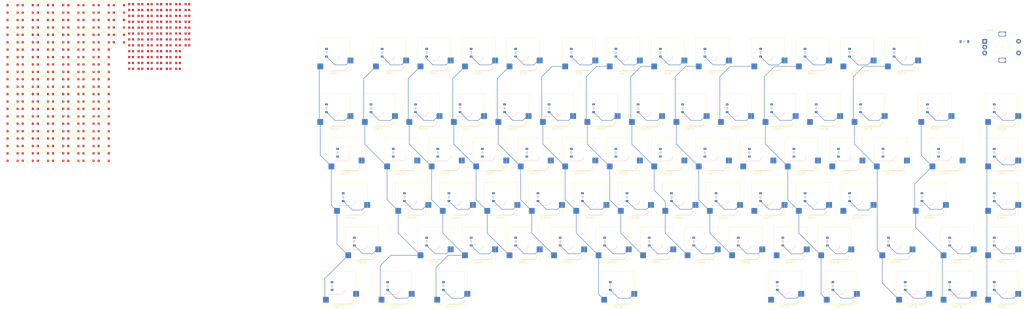
<source format=kicad_pcb>
(kicad_pcb (version 20240108) (generator "pcbnew") (generator_version "8.0")
  (layers (0 "F.Cu" signal) (1 "In1.Cu" power "Gnd.Cu") (2 "In2.Cu" power "V.Cu") (31 "B.Cu" signal) (34 "B.Paste" user) (35 "F.Paste" user) (36 "B.SilkS" user "B.Silkscreen") (37 "F.SilkS" user "F.Silkscreen") (38 "B.Mask" user) (39 "F.Mask" user) (44 "Edge.Cuts" user))
  (net 0 "")
  (net 1 "R2")
  (net 2 "R3")
  (net 3 "R4")
  (net 4 "R5")
  (net 5 "R6")
  (net 6 "C1")
  (net 7 "C2")
  (net 8 "C3")
  (net 9 "C4")
  (net 10 "C5")
  (net 11 "C6")
  (net 12 "C7")
  (net 13 "C8")
  (net 14 "C9")
  (net 15 "C10")
  (net 16 "C11")
  (net 17 "C12")
  (net 18 "C13")
  (net 19 "C14")
  (net 20 "C15")
  (net 21 "Net-(D1-A)")
  (net 22 "Net-(D2-A)")
  (net 23 "Net-(D3-A)")
  (net 24 "+5V")
  (net 25 "Net-(D4-A)")
  (net 26 "GND")
  (net 27 "Net-(D5-A)")
  (net 28 "Net-(D6-A)")
  (net 29 "Net-(D7-A)")
  (net 30 "Net-(D8-A)")
  (net 31 "Net-(D9-A)")
  (net 32 "Net-(D10-A)")
  (net 33 "Net-(D11-A)")
  (net 34 "Net-(D12-A)")
  (net 35 "Net-(D13-A)")
  (net 36 "Net-(D15-A)")
  (net 37 "Net-(D16-A)")
  (net 38 "Net-(D17-A)")
  (net 39 "Net-(D18-A)")
  (net 40 "Net-(D19-A)")
  (net 41 "Net-(D20-A)")
  (net 42 "Net-(D21-A)")
  (net 43 "Net-(D22-A)")
  (net 44 "Net-(D23-A)")
  (net 45 "Net-(D24-A)")
  (net 46 "Net-(D25-A)")
  (net 47 "Net-(D26-A)")
  (net 48 "Net-(D27-A)")
  (net 49 "Net-(D28-A)")
  (net 50 "Net-(D29-A)")
  (net 51 "Net-(D30-A)")
  (net 52 "Net-(D31-A)")
  (net 53 "Net-(D32-A)")
  (net 54 "Net-(D33-A)")
  (net 55 "Net-(D34-A)")
  (net 56 "Net-(D35-A)")
  (net 57 "Net-(D36-A)")
  (net 58 "Net-(D37-A)")
  (net 59 "Net-(D38-A)")
  (net 60 "Net-(D39-A)")
  (net 61 "Net-(D40-A)")
  (net 62 "Net-(D41-A)")
  (net 63 "Net-(D42-A)")
  (net 64 "Net-(D43-A)")
  (net 65 "Net-(D44-A)")
  (net 66 "Net-(D45-A)")
  (net 67 "Net-(D46-A)")
  (net 68 "Net-(D47-A)")
  (net 69 "Net-(D48-A)")
  (net 70 "Net-(D49-A)")
  (net 71 "Net-(D50-A)")
  (net 72 "Net-(D51-A)")
  (net 73 "Net-(D52-A)")
  (net 74 "Net-(D53-A)")
  (net 75 "Net-(D54-A)")
  (net 76 "Net-(D55-A)")
  (net 77 "Net-(D56-A)")
  (net 78 "Net-(D57-A)")
  (net 79 "Net-(D58-A)")
  (net 80 "Net-(D59-A)")
  (net 81 "Net-(D60-A)")
  (net 82 "Net-(D61-A)")
  (net 83 "Net-(D62-A)")
  (net 84 "Net-(D63-A)")
  (net 85 "Net-(D64-A)")
  (net 86 "Net-(D65-A)")
  (net 87 "Net-(D66-A)")
  (net 88 "Net-(D67-A)")
  (net 89 "Net-(D68-A)")
  (net 90 "Net-(D69-A)")
  (net 91 "Net-(D70-A)")
  (net 92 "Net-(D71-A)")
  (net 93 "Net-(D72-A)")
  (net 94 "Net-(D73-A)")
  (net 95 "Net-(D74-A)")
  (net 96 "Net-(D75-A)")
  (net 97 "Net-(D76-A)")
  (net 98 "Net-(D77-A)")
  (net 99 "Net-(D78-A)")
  (net 100 "Net-(D79-A)")
  (net 101 "Net-(D80-A)")
  (net 102 "Net-(D81-A)")
  (net 105 "Net-(D14-A)")
  (net 108 "Net-(LED1-DOUT)")
  (net 109 "RGBW_DATA")
  (net 110 "Net-(LED2-DOUT)")
  (net 111 "Net-(LED3-DOUT)")
  (net 112 "Net-(LED4-DOUT)")
  (net 113 "Net-(LED5-DOUT)")
  (net 114 "Net-(LED6-DOUT)")
  (net 115 "Net-(LED7-DOUT)")
  (net 116 "Net-(LED8-DOUT)")
  (net 117 "Net-(LED10-DIN)")
  (net 118 "Net-(LED10-DOUT)")
  (net 119 "Net-(LED11-DOUT)")
  (net 120 "Net-(LED12-DOUT)")
  (net 121 "Net-(LED13-DOUT)")
  (net 122 "Net-(LED14-DOUT)")
  (net 123 "Net-(LED15-DOUT)")
  (net 124 "Net-(LED16-DOUT)")
  (net 125 "Net-(LED17-DOUT)")
  (net 126 "Net-(LED18-DOUT)")
  (net 127 "Net-(LED19-DOUT)")
  (net 128 "Net-(LED20-DOUT)")
  (net 129 "Net-(LED21-DOUT)")
  (net 130 "Net-(LED22-DOUT)")
  (net 131 "Net-(LED23-DOUT)")
  (net 132 "Net-(LED24-DOUT)")
  (net 133 "Net-(LED25-DOUT)")
  (net 134 "Net-(LED26-DOUT)")
  (net 135 "Net-(LED27-DOUT)")
  (net 136 "Net-(LED28-DOUT)")
  (net 137 "Net-(LED29-DOUT)")
  (net 138 "Net-(LED30-DOUT)")
  (net 139 "Net-(LED31-DOUT)")
  (net 140 "Net-(LED32-DOUT)")
  (net 141 "Net-(LED33-DOUT)")
  (net 142 "Net-(LED34-DOUT)")
  (net 143 "Net-(LED35-DOUT)")
  (net 144 "Net-(LED36-DOUT)")
  (net 145 "Net-(LED37-DOUT)")
  (net 146 "Net-(LED38-DOUT)")
  (net 147 "Net-(LED39-DOUT)")
  (net 148 "Net-(LED40-DOUT)")
  (net 149 "Net-(LED41-DOUT)")
  (net 150 "Net-(LED42-DOUT)")
  (net 151 "Net-(LED43-DOUT)")
  (net 152 "Net-(LED44-DOUT)")
  (net 153 "Net-(LED45-DOUT)")
  (net 154 "Net-(LED46-DOUT)")
  (net 155 "Net-(LED47-DOUT)")
  (net 156 "Net-(LED48-DOUT)")
  (net 157 "Net-(LED49-DOUT)")
  (net 158 "Net-(LED50-DOUT)")
  (net 159 "Net-(LED51-DOUT)")
  (net 160 "Net-(LED52-DOUT)")
  (net 161 "Net-(LED53-DOUT)")
  (net 162 "Net-(LED54-DOUT)")
  (net 163 "Net-(LED55-DOUT)")
  (net 164 "Net-(LED56-DOUT)")
  (net 165 "Net-(LED57-DOUT)")
  (net 166 "Net-(LED58-DOUT)")
  (net 167 "Net-(LED59-DOUT)")
  (net 168 "Net-(LED60-DOUT)")
  (net 169 "Net-(LED61-DOUT)")
  (net 170 "Net-(LED62-DOUT)")
  (net 171 "Net-(LED63-DOUT)")
  (net 172 "Net-(LED64-DOUT)")
  (net 173 "Net-(LED65-DOUT)")
  (net 174 "Net-(LED66-DOUT)")
  (net 175 "Net-(LED67-DOUT)")
  (net 176 "Net-(LED68-DOUT)")
  (net 177 "Net-(LED69-DOUT)")
  (net 178 "Net-(LED70-DOUT)")
  (net 179 "Net-(LED71-DOUT)")
  (net 180 "Net-(LED72-DOUT)")
  (net 181 "Net-(LED73-DOUT)")
  (net 182 "Net-(LED74-DOUT)")
  (net 183 "Net-(LED75-DOUT)")
  (net 184 "Net-(LED76-DOUT)")
  (net 185 "Net-(LED77-DOUT)")
  (net 186 "Net-(LED78-DOUT)")
  (net 187 "Net-(LED79-DOUT)")
  (footprint "BOM:CAPC1608X87N" (layer "F.Cu") (at 223.0795 44.36675)
    (property "Reference" "C44")
    (property "Value" "0.1uF" (hide yes))
  )
  (footprint "BOM:SK6812RGBW" (layer "F.Cu") (at 164.2595 38.91675)
    (property "Reference" "LED14")
    (property "Value" "SK6812RGBW")
  )
  (footprint "BOM:SK6812RGBW" (layer "F.Cu") (at 190.2595 83.36675)
    (property "Reference" "LED65")
    (property "Value" "SK6812RGBW")
  )
  (footprint "BOM:SK6812RGBW" (layer "F.Cu") (at 177.2595 26.21675)
    (property "Reference" "LED34")
    (property "Value" "SK6812RGBW")
  )
  (footprint "BOM:SK6812RGBW" (layer "F.Cu") (at 196.7595 45.26675)
    (property "Reference" "LED70")
    (property "Value" "SK6812RGBW")
  )
  (footprint "BOM:SK6812RGBW" (layer "F.Cu") (at 157.7595 70.66675)
    (property "Reference" "LED8")
    (property "Value" "SK6812RGBW")
  )
  (footprint "BOM:CAPC1608X87N" (layer "F.Cu") (at 231.1195 36.80675)
    (property "Reference" "C65")
    (property "Value" "0.1uF" (hide yes))
  )
  (footprint "ScottoKeebs_Hotswap:Hotswap_MX_1.00u" (layer "F.Cu") (at 359.7395 129.298 180)
    (property "Reference" "SW60")
    (property "Value" "SW_Push")
  )
  (footprint "BOM:SK6812RGBW" (layer "F.Cu") (at 157.7595 38.91675)
    (property "Reference" "LED3")
    (property "Value" "SK6812RGBW")
  )
  (footprint "BOM:CAPC1608X87N" (layer "F.Cu") (at 223.0795 31.76675)
    (property "Reference" "C39")
    (property "Value" "0.1uF" (hide yes))
  )
  (footprint "ScottoKeebs_Hotswap:Hotswap_MX_1.00u" (layer "F.Cu") (at 454.9895 129.298 180)
    (property "Reference" "SW65")
    (property "Value" "SW_Push")
  )
  (footprint "BOM:CAPC1608X87N" (layer "F.Cu") (at 215.0395 41.84675)
    (property "Reference" "C19")
    (property "Value" "0.1uF" (hide yes))
  )
  (footprint "BOM:CAPC1608X87N" (layer "F.Cu") (at 219.0595 41.84675)
    (property "Reference" "C31")
    (property "Value" "0.1uF" (hide yes))
  )
  (footprint "BOM:SK6812RGBW" (layer "F.Cu") (at 203.2595 38.91675)
    (property "Reference" "LED80")
    (property "Value" "SK6812RGBW")
  )
  (footprint "BOM:SK6812RGBW" (layer "F.Cu") (at 177.2595 64.31675)
    (property "Reference" "LED40")
    (property "Value" "SK6812RGBW")
  )
  (footprint "BOM:CAPC1608X87N" (layer "F.Cu") (at 227.0995 54.44675)
    (property "Reference" "C60")
    (property "Value" "0.1uF" (hide yes))
  )
  (footprint "BOM:SK6812RGBW" (layer "F.Cu") (at 170.7595 32.56675)
    (property "Reference" "LED24")
    (property "Value" "SK6812RGBW")
  )
  (footprint "BOM:CAPC1608X87N" (layer "F.Cu") (at 227.0995 51.92675)
    (property "Reference" "C59")
    (property "Value" "0.1uF" (hide yes))
  )
  (footprint "BOM:CAPC1608X87N" (layer "F.Cu") (at 235.1395 31.76675)
    (property "Reference" "C75")
    (property "Value" "0.1uF" (hide yes))
  )
  (footprint "BOM:CAPC1608X87N" (layer "F.Cu") (at 223.0795 51.92675)
    (property "Reference" "C47")
    (property "Value" "0.1uF" (hide yes))
  )
  (footprint "BOM:CAPC1608X87N" (layer "F.Cu") (at 231.1195 51.92675)
    (property "Reference" "C71")
    (property "Value" "0.1uF" (hide yes))
  )
  (footprint "ScottoKeebs_Hotswap:Hotswap_MX_1.00u" (layer "F.Cu") (at 469.277 72.148 180)
    (property "Reference" "SW23")
    (property "Value" "SW_Push")
  )
  (footprint "ScottoKeebs_Hotswap:Hotswap_MX_1.00u" (layer "F.Cu") (at 583.577 129.298 180)
    (property "Reference" "SW71")
    (property "Value" "SW_Push")
  )
  (footprint "BOM:CAPC1608X87N" (layer "F.Cu") (at 223.0795 29.24675)
    (property "Reference" "C38")
    (property "Value" "0.1uF" (hide yes))
  )
  (footprint "ScottoKeebs_Hotswap:Hotswap_MX_1.00u" (layer "F.Cu") (at 535.952 91.198 180)
    (property "Reference" "SW41")
    (property "Value" "SW_Push")
  )
  (footprint "BOM:SK6812RGBW" (layer "F.Cu") (at 164.2595 26.21675)
    (property "Reference" "LED12")
    (property "Value" "SK6812RGBW")
  )
  (footprint "BOM:SK6812RGBW" (layer "F.Cu") (at 190.2595 64.31675)
    (property "Reference" "LED62")
    (property "Value" "SK6812RGBW")
  )
  (footprint "ScottoKeebs_Hotswap:Hotswap_MX_1.00u" (layer "F.Cu") (at 512.1395 129.298 180)
    (property "Reference" "SW68")
    (property "Value" "SW_Push")
  )
  (footprint "BOM:SK6812RGBW" (layer "F.Cu") (at 164.2595 32.56675)
    (property "Reference" "LED13")
    (property "Value" "SK6812RGBW")
  )
  (footprint "BOM:CAPC1608X87N" (layer "F.Cu") (at 235.1395 44.36675)
    (property "Reference" "C80")
    (property "Value" "0.1uF" (hide yes))
  )
  (footprint "BOM:CAPC1608X87N" (layer "F.Cu") (at 215.0395 54.44675)
    (property "Reference" "C24")
    (property "Value" "0.1uF" (hide yes))
  )
  (footprint "ScottoKeebs_Hotswap:Hotswap_MX_1.00u" (layer "F.Cu") (at 407.3645 110.248 180)
    (property "Reference" "SW49")
    (property "Value" "SW_Push")
  )
  (footprint "ScottoKeebs_Hotswap:Hotswap_MX_1.00u" (layer "F.Cu") (at 421.652 48.3355 180)
    (property "Reference" "SW7")
    (property "Value" "SW_Push")
  )
  (footprint "ScottoKeebs_Hotswap:Hotswap_MX_1.00u" (layer "F.Cu") (at 502.6145 48.3355 180)
    (property "Reference" "SW11")
    (property "Value" "SW_Push")
  )
  (footprint "BOM:CAPC1608X87N" (layer "F.Cu") (at 227.0995 29.24675)
    (property "Reference" "C50")
    (property "Value" "0.1uF" (hide yes))
  )
  (footprint "BOM:CAPC1608X87N" (layer "F.Cu") (at 215.0395 46.88675)
    (property "Reference" "C21")
    (property "Value" "0.1uF" (hide yes))
  )
  (footprint "ScottoKeebs_Hotswap:Hotswap_MX_1.00u" (layer "F.Cu") (at 402.602 48.3355 180)
    (property "Reference" "SW6")
    (property "Value" "SW_Push")
  )
  (footprint "BOM:CAPC1608X87N" (layer "F.Cu") (at 223.0795 39.32675)
    (property "Reference" "C42")
    (property "Value" "0.1uF" (hide yes))
  )
  (footprint "BOM:SK6812RGBW" (layer "F.Cu") (at 164.2595 51.61675)
    (property "Reference" "LED16")
    (property "Value" "SK6812RGBW")
  )
  (footprint "BOM:SK6812RGBW" (layer "F.Cu") (at 190.2595 26.21675)
    (property "Reference" "LED56")
    (property "Value" "SK6812RGBW")
  )
  (footprint "BOM:CAPC1608X87N" (layer "F.Cu") (at 215.0395 36.80675)
    (property "Reference" "C17")
    (property "Value" "0.1uF" (hide yes))
  )
  (footprint "BOM:SK6812RGBW" (layer "F.Cu") (at 164.2595 77.01675)
    (property "Reference" "LED20")
    (property "Value" "SK6812RGBW")
  )
  (footprint "ScottoKeebs_Hotswap:Hotswap_MX_1.00u" (layer "F.Cu") (at 521.6645 48.3355 180)
    (property "Reference" "SW12")
    (property "Value" "SW_Push")
  )
  (footprint "ScottoKeebs_Hotswap:Hotswap_MX_1.00u" (layer "F.Cu") (at 516.902 91.198 180)
    (property "Reference" "SW40")
    (property "Value" "SW_Push")
  )
  (footprint "ScottoKeebs_Hotswap:Hotswap_MX_1.00u" (layer "F.Cu") (at 393.077 72.148 180)
    (property "Reference" "SW19")
    (property "Value" "SW_Push")
  )
  (footprint "BOM:CAPC1608X87N" (layer "F.Cu") (at 231.1195 31.76675)
    (property "Reference" "C63")
    (property "Value" "0.1uF" (hide yes))
  )
  (footprint "BOM:CAPC1608X87N" (layer "F.Cu") (at 227.0995 49.40675)
    (property "Reference" "C58")
    (property "Value" "0.1uF" (hide yes))
  )
  (footprint "BOM:SK6812RGBW" (layer "F.Cu") (at 170.7595 38.91675)
    (property "Reference" "LED25")
    (property "Value" "SK6812RGBW")
  )
  (footprint "BOM:CAPC1608X87N" (layer "F.Cu") (at 235.1395 29.24675)
    (property "Reference" "C74")
    (property "Value" "0.1uF" (hide yes))
  )
  (footprint "BOM:SK6812RGBW" (layer "F.Cu") (at 170.7595 77.01675)
    (property "Reference" "LED31")
    (property "Value" "SK6812RGBW")
  )
  (footprint "BOM:SK6812RGBW" (layer "F.Cu") (at 183.7595 64.31675)
    (property "Reference" "LED51")
    (property "Value" "SK6812RGBW")
  )
  (footprint "ScottoKeebs_Hotswap:Hotswap_MX_1.00u" (layer "F.Cu") (at 488.327 72.148 180)
    (property "Reference" "SW24")
    (property "Value" "SW_Push")
  )
  (footprint "BOM:CAPC1608X87N" (layer "F.Cu") (at 219.0595 39.32675)
    (property "Reference" "C30")
    (property "Value" "0.1uF" (hide yes))
  )
  (footprint "ScottoKeebs_Hotswap:Hotswap_MX_1.00u" (layer "F.Cu") (at 583.577 72.148 180)
    (property "Reference" "SW28")
    (property "Value" "SW_Push")
  )
  (footprint "BOM:CAPC1608X87N" (layer "F.Cu") (at 231.1195 41.84675)
    (property "Reference" "C67")
    (property "Value" "0.1uF" (hide yes))
  )
  (footprint "BOM:SK6812RGBW" (layer "F.Cu") (at 203.2595 32.56675)
    (property "Reference" "LED79")
    (property "Value" "SK6812RGBW")
  )
  (footprint "ScottoKeebs_Hotswap:Hotswap_MX_1.00u" (layer "F.Cu") (at 526.427 72.148 180)
    (property "Reference" "SW26")
    (property "Value" "SW_Push")
  )
  (footprint "BOM:SK6812RGBW" (layer "F.Cu") (at 157.7595 51.61675)
    (property "Reference" "LED5")
    (property "Value" "SK6812RGBW")
  )
  (footprint "ScottoKeebs_Hotswap:Hotswap_MX_1.00u" (layer "F.Cu") (at 340.6895 48.3355 180)
    (property "Reference" "SW3")
    (property "Value" "SW_Push")
  )
  (footprint "BOM:CAPC1608X87N" (layer "F.Cu") (at 231.1195 49.40675)
    (property "Reference" "C70")
    (property "Value" "0.1uF" (hide yes))
  )
  (footprint "BOM:SK6812RGBW" (layer "F.Cu") (at 183.7595 38.91675)
    (property "Reference" "LED47")
    (property "Value" "SK6812RGBW")
  )
  (footprint "ScottoKeebs_Hotswap:Hotswap_MX_1.25u" (layer "F.Cu") (at 324.02075 148.348 180)
    (property "Reference" "SW73")
    (property "Value" "SW_Push")
  )
  (footprint "ScottoKeebs_Hotswap:Hotswap_MX_2.00u" (layer "F.Cu") (at 555.002 72.148 180)
    (property "Reference" "SW27")
    (property "Value" "SW_Push")
  )
  (footprint "ScottoKeebs_Hotswap:Hotswap_MX_1.00u" (layer "F.Cu") (at 359.7395 48.3355 180)
    (property "Reference" "SW4")
    (property "Value" "SW_Push")
  )
  (footprint "BOM:CAPC1608X87N" (layer "F.Cu") (at 231.1195 44.36675)
    (property "Reference" "C68")
    (property "Value" "0.1uF" (hide yes))
  )
  (footprint "ScottoKeebs_Hotswap:Hotswap_MX_1.00u" (layer "F.Cu") (at 545.477 148.348 180)
    (property "Reference" "SW78")
    (property "Value" "SW_Push")
  )
  (footprint "ScottoKeebs_Hotswap:Hotswap_MX_1.00u" (layer "F.Cu") (at 459.752 48.3355 180)
    (property "Reference" "SW9")
    (property "Value" "SW_Push")
  )
  (footprint "BOM:CAPC1608X87N" (layer "F.Cu") (at 227.0995 34.28675)
    (property "Reference" "C52")
    (property "Value" "0.1uF" (hide yes))
  )
  (footprint "BOM:CAPC1608X87N" (layer "F.Cu") (at 235.1395 39.32675)
    (property "Reference" "C78")
    (property "Value" "0.1uF" (hide yes))
  )
  (footprint "BOM:SK6812RGBW" (layer "F.Cu") (at 203.2595 26.21675)
    (property "Reference" "LED78")
    (property "Value" "SK6812RGBW")
  )
  (footprint "BOM:SK6812RGBW" (layer "F.Cu") (at 177.2595 83.36675)
    (property "Reference" "LED43")
    (property "Value" "SK6812RGBW")
  )
  (footprint "BOM:CAPC1608X87N" (layer "F.Cu") (at 211.0195 54.44675)
    (property "Reference" "C12")
    (property "Value" "0.1uF" (hide yes))
  )
  (footprint "BOM:SK6812RGBW" (layer "F.Cu") (at 190.2595 70.66675)
    (property "Reference" "LED63")
    (property "Value" "SK6812RGBW")
  )
  (footprint "BOM:SK6812RGBW" (layer "F.Cu") (at 183.7595 26.21675)
    (property "Reference" "LED45")
    (property "Value" "SK6812RGBW")
  )
  (footprint "BOM:CAPC1608X87N" (layer "F.Cu") (at 231.1195 34.28675)
    (property "Reference" "C64")
    (property "Value" "0.1uF" (hide yes))
  )
  (footprint "BOM:CAPC1608X87N" (layer "F.Cu") (at 219.0595 49.40675)
    (property "Reference" "C34")
    (property "Value" "0.1uF" (hide yes))
  )
  (footprint "BOM:SK6812RGBW" (layer "F.Cu") (at 170.7595 70.66675)
    (property "Reference" "LED30")
    (property "Value" "SK6812RGBW")
  )
  (footprint "ScottoKeebs_Hotswap:Hotswap_MX_1.50u" (layer "F.Cu") (at 302.5895 91.198 180)
    (property "Reference" "SW29")
    (property "Value" "SW_Push")
  )
  (footprint "BOM:SK6812RGBW" (layer "F.Cu") (at 170.7595 64.31675)
    (property "Reference" "LED29")
    (property "Value" "SK6812RGBW")
  )
  (footprint "BOM:CAPC1608X87N" (layer "F.Cu") (at 223.0795 54.44675)
    (property "Reference" "C48")
    (property "Value" "0.1uF" (hide yes))
  )
  (footprint "BOM:SK6812RGBW" (layer "F.Cu") (at 177.2595 57.96675)
    (property "Reference" "LED39")
    (property "Value" "SK6812RGBW")
  )
  (footprint "BOM:SK6812RGBW" (layer "F.Cu") (at 183.7595 70.66675)
    (property "Reference" "LED52")
    (property "Value" "SK6812RGBW")
  )
  (footprint "BOM:SK6812RGBW" (layer "F.Cu") (at 170.7595 57.96675)
    (property "Reference" "LED28")
    (property "Value" "SK6812RGBW")
  )
  (footprint "ScottoKeebs_Hotswap:Hotswap_MX_1.00u" (layer "F.Cu") (at 326.402 91.198 180)
    (property "Reference" "SW30")
    (property "Value" "SW_Push")
  )
  (footprint "ScottoKeebs_Hotswap:Hotswap_MX_1.00u" (layer "F.Cu") (at 350.2145 110.248 180)
    (property "Reference" "SW46")
    (property "Value" "SW_Push")
  )
  (footprint "ScottoKeebs_Hotswap:Hotswap_MX_1.00u" (layer "F.Cu") (at 493.0895 129.298 180)
    (property "Reference" "SW67")
    (property "Value" "SW_Push")
  )
  (footprint "ScottoKeebs_Hotswap:Hotswap_MX_1.00u" (layer "F.Cu") (at 378.7895 129.298 180)
    (property "Reference" "SW61")
    (property "Value" "SW_Push")
  )
  (footprint "BOM:CAPC1608X87N" (layer "F.Cu") (at 223.0795 49.40675)
    (property "Reference" "C46")
    (property "Value" "0.1uF" (hide yes))
  )
  (footprint "BOM:SK6812RGBW" (layer "F.Cu") (at 164.2595 83.36675)
    (property "Reference" "LED21")
    (property "Value" "SK6812RGBW")
  )
  (footprint "ScottoKeebs_Hotswap:Hotswap_MX_1.00u" (layer "F.Cu") (at 450.227 72.148 180)
    (property "Reference" "SW22")
    (property "Value" "SW_Push")
  )
  (footprint "BOM:CAPC1608X87N" (layer "F.Cu") (at 219.0595 54.44675)
    (property "Reference" "C36")
    (property "Value" "0.1uF" (hide yes))
  )
  (footprint "BOM:CAPC1608X87N" (layer "F.Cu") (at 231.1195 29.24675)
    (property "Reference" "C62")
    (property "Value" "0.1uF" (hide yes))
  )
  (footprint "BOM:SK6812RGBW" (layer "F.Cu") (at 183.7595 57.96675)
    (property "Reference" "LED50")
    (property "Value" "SK6812RGBW")
  )
  (footprint "ScottoKeebs_Hotswap:Hotswap_MX_1.00u" (layer "F.Cu") (at 412.127 72.148 180)
    (property "Reference" "SW20")
    (property "Value" "SW_Push")
  )
  (footprint "ScottoKeebs_Hotswap:Hotswap_MX_1.00u" (layer "F.Cu") (at 564.527 148.348 180)
    (property "Reference" "SW79")
    (property "Value" "SW_Push")
  )
  (footprint "BOM:CAPC1608X87N" (layer "F.Cu") (at 219.0595 36.80675)
    (property "Reference" "C29")
    (property "Value" "0.1uF" (hide yes))
  )
  (footprint "BOM:CAPC1608X87N" (layer "F.Cu") (at 235.1395 34.28675)
    (property "Reference" "C76")
    (property "Value" "0.1uF" (hide yes))
  )
  (footprint "ScottoKeebs_Hotswap:Hotswap_MX_1.00u" (layer "F.Cu") (at 331.1645 110.248 180)
    (property "Reference" "SW45")
    (property "Value" "SW_Push")
  )
  (footprint "BOM:SK6812RGBW" (layer "F.Cu") (at 157.7595 32.56675)
    (property "Reference" "LED2")
    (property "Value" "SK6812RGBW")
  )
  (footprint "BOM:CAPC1608X87N" (layer "F.Cu") (at 231.1195 39.32675)
    (property "Reference" "C66")
    (property "Value" "0.1uF" (hide yes))
  )
  (footprint "BOM:CAPC1608X87N" (layer "F.Cu") (at 211.0195 26.72675)
    (property "Reference" "C1")
    (property "Value" "0.1uF" (hide yes))
  )
  (footprint "BOM:CAPC1608X87N" (layer "F.Cu") (at 219.0595 29.24675)
    (property "Reference" "C26")
    (property "Value" "0.1uF" (hide yes))
  )
  (footprint "BOM:CAPC1608X87N" (layer "F.Cu") (at 211.0195 36.80675)
    (property "Reference" "C5")
    (property "Value" "0.1uF" (hide yes))
  )
  (footprint "BOM:CAPC1608X87N" (layer "F.Cu") (at 211.0195 34.28675)
    (property "Reference" "C4")
    (property "Value" "0.1uF" (hide yes))
  )
  (footprint "BOM:CAPC1608X87N" (layer "F.Cu") (at 215.0395 31.76675)
    (property "Reference" "C15")
    (property "Value" "0.1uF" (hide yes))
  )
  (footprint "BOM:CAPC1608X87N" (layer "F.Cu") (at 235.1395 36.80675)
    (property "Reference" "C77")
    (property "Value" "0.1uF" (hide yes))
  )
  (footprint "ScottoKeebs_Hotswap:Hotswap_MX_1.25u" (layer "F.Cu") (at 300.20825 148.348 180)
    (property "Reference" "SW72")
    (property "Value" "SW_Push")
  )
  (footprint "ScottoKeebs_Hotswap:Hotswap_MX_1.00u" (layer "F.Cu") (at 564.527 129.298 180)
    (property "Reference" "SW70")
    (property "Value" "SW_Push")
  )
  (footprint "ScottoKeebs_Hotswap:Hotswap_MX_1.00u" (layer "F.Cu") (at 321.6395 48.3355 180)
    (property "Reference" "SW2")
    (property "Value" "SW_Push")
  )
  (footprint "BOM:SK6812RGBW" (layer "F.Cu") (at 157.7595 89.71675)
    (property "Reference" "LED11")
    (property "Value" "SK6812RGBW")
  )
  (footprint "BOM:CAPC1608X87N" (layer "F.Cu") (at 219.0595 34.28675)
    (property "Reference" "C28")
    (property "Value" "0.1uF" (hide yes))
  )
  (footprint "ScottoKeebs_Hotswap:Hotswap_MX_1.00u" (layer "F.Cu") (at 497.852 91.198 180)
    (property "Reference" "SW39")
    (property "Value" "SW_Push")
  )
  (footprint "ScottoKeebs_Hotswap:Hotswap_MX_1.00u" (layer "F.Cu") (at 474.0395 129.298 180)
    (property "Reference" "SW66")
    (property "Value" "SW_Push")
  )
  (footprint "ScottoKeebs_Hotswap:Hotswap_MX_1.00u" (layer "F.Cu") (at 374.027 72.148 180)
    (property "Reference" "SW18")
    (property "Value" "SW_Push")
  )
  (footprint "BOM:SK6812RGBW" (layer "F.Cu") (at 157.7595 57.96675)
    (property "Reference" "LED6")
    (property "Value" "SK6812RGBW")
  )
  (footprint "BOM:SK6812RGBW" (layer "F.Cu") (at 157.7595 45.26675)
    (property "Reference" "LED4")
    (property "Value" "SK6812RGBW")
  )
  (footprint "BOM:CAPC1608X87N" (layer "F.Cu") (at 211.0195 44.36675)
    (property "Reference" "C8")
    (property "Value" "0.1uF" (hide yes))
  )
  (footprint "BOM:SK6812RGBW" (layer "F.Cu") (at 170.7595 45.26675)
    (property "Reference" "LED26")
    (property "Value" "SK6812RGBW")
  )
  (footprint "ScottoKeebs_Hotswap:Hotswap_MX_1.75u" (layer "F.Cu") (at 304.97075 110.248 180)
    (property "Reference" "SW44")
    (property "Value" "SW_Push")
  )
  (footprint "ScottoKeebs_Hotswap:Hotswap_MX_1.00u" (layer "F.Cu") (at 340.6895 129.298 180)
    (property "Reference" "SW59")
    (property "Value" "SW_Push")
  )
  (footprint "BOM:SK6812RGBW" (layer "F.Cu") (at 196.7595 83.36675)
    (property "Reference" "LED76")
    (property "Value" "SK6812RGBW")
  )
  (footprint "ScottoKeebs_Hotswap:Hotswap_MX_1.25u" (layer "F.Cu") (at 514.52075 148.348 180)
    (property "Reference" "SW77")
    (property "Value" "SW_Push")
  )
  (footprint "ScottoKeebs_Hotswap:Hotswap_MX_1.00u" (layer "F.Cu") (at 478.802 91.198 180)
    (property "Reference" "SW38")
    (property "Value" "SW_Push")
  )
  (footprint "ScottoKeebs_Hotswap:Hotswap_MX_1.00u" (layer "F.Cu") (at 583.577 148.348 180)
    (property "Reference" "SW80")
    (property "Value" "SW_Push")
  )
  (footprint "BOM:SK6812RGBW" (layer "F.Cu") (at 177.2595 77.01675)
    (property "Reference" "LED42")
    (property "Value" "SK6812RGBW")
  )
  (footprint "ScottoKeebs_Hotswap:Hotswap_MX_2.25u" (layer "F.Cu") (at 309.73325 129.298 180)
    (property "Reference" "SW58")
    (property "Value" "SW_Push")
  )
  (footprint "BOM:SK6812RGBW" (layer "F.Cu") (at 190.2595 51.61675)
    (property "Reference" "LED60")
    (property "Value" "SK6812RGBW")
  )
  (footprint "ScottoKeebs_Hotswap:Hotswap_MX_1.00u" (layer "F.Cu") (at 335.927 72.148 180)
    (property "Reference" "SW16")
    (property "Value" "SW_Push")
  )
  (footprint "BOM:SK6812RGBW" (layer "F.Cu") (at 183.7595 89.71675)
    (property "Reference" "LED55")
    (property "Value" "SK6812RGBW")
  )
  (footprint "ScottoKeebs_Hotswap:Hotswap_MX_1.75u" (layer "F.Cu") (at 538.33325 129.298 180)
    (property "Reference" "SW69")
    (property "Value" "SW_Push")
  )
  (footprint "BOM:SK6812RGBW" (layer "F.Cu") (at 164.2595 45.26675)
    (property "Reference" "LED15")
    (property "Value" "SK6812RGBW")
  )
  (footprint "BOM:CAPC1608X87N" (layer "F.Cu") (at 211.0195 51.92675)
    (property "Reference" "C11")
    (property "Value" "0.1uF" (hide yes))
  )
  (footprint "BOM:SK6812RGBW" (layer "F.Cu") (at 164.2595 64.31675)
    (property "Reference" "LED18")
    (property "Value" "SK6812RGBW")
  )
  (footprint "ScottoKeebs_Hotswap:Hotswap_MX_1.00u" (layer "F.Cu") (at 345.452 91.198 180)
    (property "Reference" "SW31")
    (property "Value" "SW_Push")
  )
  (footprint "BOM:CAPC1608X87N" (layer "F.Cu") (at 223.0795 34.28675)
    (property "Reference" "C40")
    (property "Value" "0.1uF" (hide yes))
  )
  (footprint "BOM:SK6812RGBW" (layer "F.Cu") (at 183.7595 51.61675)
    (property "Reference" "LED49")
    (property "Value" "SK6812RGBW")
  )
  (footprint "BOM:SK6812RGBW" (layer "F.Cu") (at 170.7595 26.21675)
    (property "Reference" "LED23")
    (property "Value" "SK6812RGBW")
  )
  (footprint "ScottoKeebs_Hotswap:Hotswap_MX_1.00u" (layer "F.Cu") (at 435.9395 129.298 180)
    (property "Reference" "SW64")
    (property "Value" "SW_Push")
  )
  (footprint "BOM:CAPC1608X87N" (layer "F.Cu") (at 223.0795 46.88675)
    (property "Reference" "C45")
    (property "Value" "0.1uF" (hide yes))
  )
  (footprint "ScottoKeebs_Hotswap:Hotswap_MX_1.00u" (layer "F.Cu") (at 440.702 91.198 180)
    (property "Reference" "SW36")
    (property "Value" "SW_Push")
  )
  (footprint "BOM:SK6812RGBW" (layer "F.Cu") (at 196.7595 70.66675)
    (property "Reference" "LED74")
    (property "Value" "SK6812RGBW")
  )
  (footprint "ScottoKeebs_Hotswap:Hotswap_MX_1.00u" (layer "F.Cu") (at 383.552 91.198 180)
    (property "Reference" "SW33")
    (property "Value" "SW_Push")
  )
  (footprint "BOM:SK6812RGBW" (layer "F.Cu") (at 177.2595 32.56675)
    (property "Reference" "LED35")
    (property "Value" "SK6812RGBW")
  )
  (footprint "ScottoKeebs_Hotswap:Hotswap_MX_6.25u" (layer "F.Cu") (at 419.27075 148.348 180)
    (property "Reference" "SW75")
    (property "Value" "SW_Push")
  )
  (footprint "BOM:SK6812RGBW" (layer "F.Cu") (at 190.2595 77.01675)
    (property "Reference" "LED64")
    (property "Value" "SK6812RGBW")
  )
  (footprint "BOM:CAPC1608X87N" (layer "F.Cu") (at 215.0395 51.92675)
    (property "Reference" "C23")
    (property "Value" "0.1uF" (hide yes))
  )
  (footprint "BOM:SK6812RGBW" (layer "F.Cu") (at 157.7595 77.01675)
    (property "Reference" "LED9")
    (property "Value" "SK6812RGBW")
  )
  (footprint "BOM:SK6812RGBW" (layer "F.Cu") (at 183.7595 32.56675)
    (property "Reference" "LED46")
    (property "Value" "SK6812RGBW")
  )
  (footprint "BOM:CAPC1608X87N" (layer "F.Cu") (at 235.1395 41.84675)
    (property "Reference" "C79")
    (property "Value" "0.1uF" (hide yes))
  )
  (footprint "ScottoKeebs_Hotswap:Hotswap_MX_1.00u" (layer "F.Cu") (at 364.502 91.198 180)
    (property "Reference" "SW32")
    (property "Value" "SW_Push")
  )
  (footprint "ScottoKeebs_Hotswap:Hotswap_MX_1.00u" (layer "F.Cu") (at 431.177 72.148 180)
    (property "Reference" "SW21")
    (property "Value" "SW_Push")
  )
  (footprint "ScottoKeebs_Hotswap:Hotswap_MX_1.25u" (layer "F.Cu") (at 490.70825 148.348 180)
    (property "Reference" "SW76")
    (property "Value" "SW_Push")
  )
  (footprint "ScottoKeebs_Hotswap:Hotswap_MX_1.00u" (layer "F.Cu") (at 502.6145 110.248 180)
    (property "Reference" "SW54")
    (property "Value" "SW_Push")
  )
  (footprint "BOM:CAPC1608X87N" (layer "F.Cu") (at 215.0395 39.32675)
    (property "Reference" "C18")
    (property "Value" "0.1uF" (hide yes))
  )
  (footprint "BOM:CAPC1608X87N" (layer "F.Cu") (at 211.0195 46.88675)
    (property "Reference" "C9")
    (property "Value" "0.1uF" (hide yes))
  )
  (footprint "BOM:SK6812RGBW" (layer "F.Cu") (at 183.7595 45.26675)
    (property "Reference" "LED48")
    (property "Value" "SK6812RGBW")
  )
  (footprint "BOM:SK6812RGBW" (layer "F.Cu") (at 157.7595 26.21675)
    (property "Reference" "LED1")
    (property "Value" "SK6812RGBW")
  )
  (footprint "BOM:CAPC1608X87N" (layer "F.Cu") (at 227.0995 36.80675)
    (property "Reference" "C53")
    (property "Value" "0.1uF" (hide yes))
  )
  (footprint "BOM:SK6812RGBW" (layer "F.Cu") (at 196.7595 26.21675)
    (property "Reference" "LED67")
    (property "Value" "SK6812RGBW")
  )
  (footprint "BOM:CAPC1608X87N" (layer "F.Cu") (at 231.1195 26.72675)
    (property "Reference" "C61")
    (property "Value" "0.1uF" (hide yes))
  )
  (footprint "BOM:SK6812RGBW" (layer "F.Cu") (at 183.7595 83.36675)
    (property "Reference" "LED54")
    (property "Value" "SK6812RGBW")
  )
  (footprint "BOM:SK6812RGBW" (layer "F.Cu") (at 157.7595 64.31675)
    (property "Reference" "LED7")
    (property "Value" "SK6812RGBW")
  )
  (footprint "BOM:SK6812RGBW" (layer "F.Cu") (at 183.7595 77.01675)
    (property "Reference" "LED53")
    (property "Value" "SK6812RGBW")
  )
  (footprint "BOM:CAPC1608X87N" (layer "F.Cu") (at 219.0595 51.92675)
    (property "Reference" "C35")
    (property "Value" "0.1uF" (hide yes))
  )
  (footprint "ScottoKeebs_Hotswap:Hotswap_MX_1.00u" (layer "F.Cu") (at 316.877 72.148 180)
    (property "Reference" "SW15")
    (property "Value" "SW_Push")
  )
  (footprint "ScottoKeebs_Hotswap:Hotswap_MX_1.00u" (layer "F.Cu") (at 297.827 48.3355 180)
    (property "Reference" "SW1")
    (property "Value" "SW_Push")
  )
  (footprint "BOM:SK6812RGBW" (layer "F.Cu") (at 196.7595 64.31675)
    (property "Reference" "LED73")
    (property "Value" "SK6812RGBW")
  )
  (footprint "BOM:SK6812RGBW" (layer "F.Cu") (at 164.2595 57.96675)
    (property "Reference" "LED17")
    (property "Value" "SK6812RGBW")
  )
  (footprint "BOM:CAPC1608X87N" (layer "F.Cu") (at 227.0995 39.32675)
    (property "Reference" "C54")
    (property "Value" "0.1uF" (hide yes))
  )
  (footprint "ScottoKeebs_Hotswap:Hotswap_MX_1.00u" (layer "F.Cu") (at 354.977 72.148 180)
    (property "Reference" "SW17")
    (property "Value" "SW_Push")
  )
  (footprint "ScottoKeebs_Hotswap:Hotswap_MX_1.00u" (layer "F.Cu") (at 464.5145 110.248 180)
    (property "Reference" "SW52")
    (property "Value" "SW_Push")
  )
  (footprint "BOM:SK6812RGBW" (layer "F.Cu") (at 177.2595 51.61675)
    (property "Reference" "LED38")
    (property "Value" "SK6812RGBW")
  )
  (footprint "BOM:CAPC1608X87N" (layer "F.Cu") (at 227.0995 26.72675)
    (property "Reference" "C49")
    (property "Value" "0.1uF" (hide yes))
  )
  (footprint "BOM:SK6812RGBW" (layer "F.Cu") (at 190.2595 89.71675)
    (property "Reference" "LED66")
    (property "Value" "SK6812RGBW")
  )
  (footprint "ScottoKeebs_Hotswap:Hotswap_MX_1.00u" (layer "F.Cu") (at 426.4145 110.248 180)
    (property "Reference" "SW50")
    (property "Value" "SW_Push")
  )
  (footprint "ScottoKeebs_Hotswap:Hotswap_MX_1.00u" (layer "F.Cu") (at 583.577 91.198 180)
    (property "Reference" "SW43")
    (property "Value" "SW_Push")
  )
  (footprint "Rotary_Encoder:RotaryEncoder_Alps_EC11E-Switch_Vertical_H20mm" (layer "F.Cu") (at 576.327 42.6605)
    (property "Reference" "SW81")
    (property "Value" "RotaryEncoder_Switch")
  )
  (footprint "BOM:CAPC1608X87N" (layer "F.Cu") (at 227.0995 44.36675)
    (property "Reference" "C56")
    (property "Value" "0.1uF" (hide yes))
  )
  (footprint "BOM:CAPC1608X87N" (layer "F.Cu") (at 235.1395 26.72675)
    (property "Reference" "C73")
    (property "Value" "0.1uF" (hide yes))
  )
  (footprint "BOM:SK6812RGBW" (layer "F.Cu") (at 196.7595 32.56675)
    (property "Reference" "LED68")
    (property "Value" "SK6812RGBW")
  )
  (footprint "ScottoKeebs_Hotswap:Hotswap_MX_1.00u" (layer "F.Cu") (at 483.5645 110.248 180)
    (property "Reference" "SW53")
    (property "Value" "SW_Push")
  )
  (footprint "BOM:SK6812RGBW" (layer "F.Cu") (at 196.7595 51.61675)
    (property "Reference" "LED71")
    (property "Value" "SK6812RGBW")
  )
  (footprint "BOM:SK6812RGBW" (layer "F.Cu") (at 170.7595 89.71675)
    (property "Reference" "LED33")
    (property "Value" "SK6812RGBW")
  )
  (footprint "ScottoKeebs_Hotswap:Hotswap_MX_1.00u" (layer "F.Cu") (at 540.7145 48.3355 180)
    (property "Reference" "SW13")
    (property "Value" "SW_Push")
  )
  (footprint "BOM:SK6812RGBW" (layer "F.Cu") (at 164.2595 89.71675)
    (property "Reference" "LED22")
    (property "Value" "SK6812RGBW")
  )
  (footprint "BOM:SK6812RGBW" (layer "F.Cu") (at 177.2595 89.71675)
    (property "Reference" "LED44")
    (property "Value" "SK6812RGBW")
  )
  (footprint "ScottoKeebs_Hotswap:Hotswap_MX_1.00u" (layer "F.Cu") (at 583.577 110.248 180)
    (property "Reference" "SW57")
    (property "Value" "SW_Push")
  )
  (footprint "ScottoKeebs_Hotswap:Hotswap_MX_1.50u" (layer "F.Cu") (at 559.7645 91.198 180)
    (property "Reference" "SW42")
    (property "Value" "SW_Push")
  )
  (footprint "BOM:CAPC1608X87N" (layer "F.Cu") (at 219.0595 31.76675)
    (property "Reference" "C27")
    (property "Value" "0.1uF" (hide yes))
  )
  (footprint "BOM:SK6812RGBW" (layer "F.Cu") (at 177.2595 38.91675)
    (property "Reference" "LED36")
    (property "Value" "SK6812RGBW")
  )
  (footprint "BOM:CAPC1608X87N" (layer "F.Cu") (at 215.0395 26.72675)
    (property "Reference" "C13")
    (property "Value" "0.1uF" (hide yes))
  )
  (footprint "BOM:CAPC1608X87N" (layer "F.Cu") (at 231.1195 46.88675)
    (property "Reference" "C69")
    (property "Value" "0.1uF" (hide yes))
  )
  (footprint "BOM:SK6812RGBW" (layer "F.Cu") (at 177.2595 70.66675)
    (property "Reference" "LED41")
    (property "Value" "SK6812RGBW")
  )
  (footprint "ScottoKeebs_Hotswap:Hotswap_MX_1.00u" (layer "F.Cu") (at 297.827 72.148 180)
    (property "Reference" "SW14")
    (property "Value" "SW_Push")
  )
  (footprint "BOM:CAPC1608X87N" (layer "F.Cu") (at 215.0395 34.28675)
    (property "Reference" "C16")
    (property "Value" "0.1uF" (hide yes))
  )
  (footprint "BOM:SK6812RGBW" (layer "F.Cu") (at 190.2595 32.56675)
    (property "Reference" "LED57")
    (property "Value" "SK6812RGBW")
  )
  (footprint "ScottoKeebs_Hotswap:Hotswap_MX_1.00u" (layer "F.Cu") (at 483.5645 48.3355 180)
    (property "Reference" "SW10")
    (property "Value" "SW_Push")
  )
  (footprint "BOM:CAPC1608X87N" (layer "F.Cu") (at 219.0595 26.72675)
    (property "Reference" "C25")
    (property "Value" "0.1uF" (hide yes))
  )
  (footprint "BOM:CAPC1608X87N" (layer "F.Cu") (at 223.0795 26.72675)
    (property "Reference" "C37")
    (property "Value" "0.1uF" (hide yes))
  )
  (footprint "BOM:SK6812RGBW" (layer "F.Cu") (at 170.7595 83.36675)
    (property "Reference" "LED32")
    (property "Value" "SK6812RGBW")
  )
  (footprint "BOM:CAPC1608X87N" (layer "F.Cu") (at 219.0595 46.88675)
    (property "Reference" "C33")
    (property "Value" "0.1uF" (hide yes))
  )
  (footprint "BOM:CAPC1608X87N" (layer "F.Cu") (at 227.0995 31.76675)
    (property "Reference" "C51")
    (property "Value" "0.1uF" (hide yes))
  )
  (footprint "ScottoKeebs_Hotswap:Hotswap_MX_1.00u" (layer "F.Cu") (at 421.652 91.198 180)
    (property "Reference" "SW35")
    (property "Value" "SW_Push")
  )
  (footprint "BOM:CAPC1608X87N" (layer "F.Cu") (at 211.0195 31.76675)
    (property "Reference" "C3")
    (property "Value" "0.1uF" (hide yes))
  )
  (footprint "BOM:CAPC1608X87N" (layer "F.Cu") (at 223.0795 36.80675)
    (property "Reference" "C41")
    (property "Value" "0.1uF" (hide yes))
  )
  (footprint "ScottoKeebs_Hotswap:Hotswap_MX_1.00u" (layer "F.Cu") (at 416.8895 129.298 180)
    (property "Reference" "SW63")
    (property "Value" "SW_Push")
  )
  (footprint "BOM:CAPC1608X87N" (layer "F.Cu") (at 227.0995 46.88675)
    (property "Reference" "C57")
    (property "Value" "0.1uF" (hide yes))
  )
  (footprint "BOM:CAPC1608X87N" (layer "F.Cu") (at 215.0395 44.36675)
    (property "Reference" "C20")
    (property "Value" "0.1uF" (hide yes))
  )
  (footprint "BOM:CAPC1608X87N" (layer "F.Cu") (at 219.0595 44.36675)
    (property "Reference" "C32")
    (property "Value" "0.1uF" (hide yes))
  )
  (footprint "ScottoKeebs_Hotswap:Hotswap_MX_1.00u" (layer "F.Cu") (at 445.4645 110.248 180)
    (property "Reference" "SW51")
    (property "Value" "SW_Push")
  )
  (footprint "BOM:SK6812RGBW" (layer "F.Cu") (at 196.7595 89.71675)
    (property "Reference" "LED77")
    (property "Value" "SK6812RGBW")
  )
  (footprint "ScottoKeebs_Hotswap:Hotswap_MX_1.25u" (layer "F.Cu") (at 347.83325 148.348 180)
    (property "Reference" "SW74")
    (property "Value" "SW_Push")
  )
  (footprint "ScottoKeebs_Hotswap:Hotswap_MX_2.25u" (layer "F.Cu") (at 552.62075 110.248 180)
    (property "Reference" "SW56")
    (property "Value" "SW_Push")
  )
  (footprint "BOM:SK6812RGBW" (layer "F.Cu") (at 164.2595 70.66675)
    (property "Reference" "LED19")
    (property "Value" "SK6812RGBW")
  )
  (footprint "BOM:CAPC1608X87N" (layer "F.Cu") (at 215.0395 49.40675)
    (property "Reference" "C22")
    (property "Value" "0.1uF" (hide yes))
  )
  (footprint "BOM:SK6812RGBW" (layer "F.Cu") (at 196.7595 57.96675)
    (property "Reference" "LED72")
    (property "Value" "SK6812RGBW")
  )
  (footprint "BOM:SK6812RGBW" (layer "F.Cu") (at 177.2595 45.26675)
    (property "Reference" "LED37")
    (property "Value" "SK6812RGBW")
  )
  (footprint "BOM:CAPC1608X87N" (layer "F.Cu") (at 223.0795 41.84675)
    (property "Reference" "C43")
    (property "Value" "0.1uF" (hide yes))
  )
  (footprint "BOM:SK6812RGBW" (layer "F.Cu") (at 196.7595 77.01675)
    (property "Reference" "LED75")
    (property "Value" "SK6812RGBW")
  )
  (footprint "ScottoKeebs_Hotswap:Hotswap_MX_1.00u" (layer "F.Cu") (at 378.7895 48.3355 180)
    (property "Reference" "SW5")
    (property "Value" "SW_Push")
  )
  (footprint "BOM:CAPC1608X87N" (layer "F.Cu") (at 211.0195 49.40675)
    (property "Reference" "C10")
    (property "Value" "0.1uF" (hide yes))
  )
  (footprint "BOM:CAPC1608X87N" (layer "F.Cu") (at 231.1195 54.44675)
    (property "Reference" "C72")
    (property "Value" "0.1uF" (hide yes))
  )
  (footprint "ScottoKeebs_Hotswap:Hotswap_MX_1.00u" (layer "F.Cu") (at 521.6645 110.248 180)
    (property "Reference" "SW55")
    (property "Value" "SW_Push")
  )
  (footprint "ScottoKeebs_Hotswap:Hotswap_MX_1.00u" (layer "F.Cu") (at 459.752 91.198 180)
    (property "Reference" "SW37")
    (property "Value" "SW_Push")
  )
  (footprint "BOM:SK6812RGBW" (layer "F.Cu") (at 157.7595 83.36675)
    (property "Reference" "LED10")
    (property "Value" "SK6812RGBW")
  )
  (footprint "BOM:CAPC1608X87N" (layer "F.Cu") (at 211.0195 39.32675)
    (property "Reference" "C6")
    (property "Value" "0.1uF" (hide yes))
  )
  (footprint "ScottoKeebs_Hotswap:Hotswap_MX_1.00u" (layer "F.Cu") (at 440.702 48.3355 180)
    (property "Reference" "SW8")
    (property "Value" "SW_Push")
  )
  (footprint "ScottoKeebs_Hotswap:Hotswap_MX_1.00u" (layer "F.Cu") (at 402.602 91.198 180)
    (property "Reference" "SW34")
    (property "Value" "SW_Push")
  )
  (footprint "BOM:SK6812RGBW" (layer "F.Cu") (at 170.7595 51.61675)
    (property "Reference" "LED27")
    (property "Value" "SK6812RGBW")
  )
  (footprint "BOM:SK6812RGBW" (layer "F.Cu") (at 190.2595 57.96675)
    (property "Reference" "LED61")
    (property "Value" "SK6812RGBW")
  )
  (footprint "BOM:CAPC1608X87N" (layer "F.Cu") (at 211.0195 29.24675)
    (property "Reference" "C2")
    (property "Value" "0.1uF" (hide yes))
  )
  (footprint "ScottoKeebs_Hotswap:Hotswap_MX_1.00u" (layer "F.Cu") (at 507.377 72.148 180)
    (property "Reference" "SW25")
    (property "Value" "SW_Push")
  )
  (footprint "BOM:SK6812RGBW" (layer "F.Cu") (at 190.2595 38.91675)
    (property "Reference" "LED58")
    (property "Value" "SK6812RGBW")
  )
  (footprint "BOM:CAPC1608X87N" (layer "F.Cu") (at 215.0395 29.24675)
    (property "Reference" "C14")
    (property "Value" "0.1uF" (hide yes))
  )
  (footprint "BOM:CAPC1608X87N" (layer "F.Cu") (at 211.0195 41.84675)
    (property "Reference" "C7")
    (property "Value" "0.1uF" (hide yes))
  )
  (footprint "BOM:SK6812RGBW" (layer "F.Cu") (at 196.7595 38.91675)
    (property "Reference" "LED69")
    (property "Value" "SK6812RGBW")
  )
  (footprint "BOM:SK6812RGBW" (layer "F.Cu") (at 190.2595 45.26675)
    (property "Reference" "LED59")
    (property "Value" "SK6812RGBW")
  )
  (footprint "ScottoKeebs_Hotswap:Hotswap_MX_1.00u" (layer "F.Cu") (at 388.3145 110.248 180)
    (property "Reference" "SW48")
    (property "Value" "SW_Push")
  )
  (footprint "ScottoKeebs_Hotswap:Hotswap_MX_1.00u" (layer "F.Cu") (at 397.8395 129.298 180)
    (property "Reference" "SW62")
    (property "Value" "SW_Push")
  )
  (footprint "ScottoKeebs_Hotswap:Hotswap_MX_1.00u" (layer "F.Cu") (at 369.2645 110.248 180)
    (property "Reference" "SW47")
    (property "Value" "SW_Push")
  )
  (footprint "BOM:CAPC1608X87N" (layer "F.Cu") (at 227.0995 41.84675)
    (property "Reference" "C55")
    (property "Value" "0.1uF" (hide yes))
  )
  (footprint "ScottoKeebs_Components:Diode_SOD-123" (layer "B.Cu") (at 447.052 71.35425 -90)
    (property "Reference" "D22" (hide yes))
    (property "Value" "D")
  )
  (footprint "ScottoKeebs_Components:Diode_SOD-123" (layer "B.Cu") (at 456.577 90.40425 -90)
    (property "Reference" "D37" (hide yes))
    (property "Value" "D")
  )
  (footprint "ScottoKeebs_Components:Diode_SOD-123" (layer "B.Cu") (at 437.527 47.54175 -90)
    (property "Reference" "D8" (hide yes))
    (property "Value" "D")
  )
  (footprint "ScottoKeebs_Components:Diode_SOD-123" (layer "B.Cu") (at 323.227 90.40425 -90)
    (property "Reference" "D30" (hide yes))
    (property "Value" "D")
  )
  (footprint "ScottoKeebs_Components:Diode_SOD-123" (layer "B.Cu") (at 535.15825 128.50425 -90)
    (property "Reference" "D69" (hide yes))
    (property "Value" "D")
  )
  (footprint "ScottoKeebs_Components:Diode_SOD-123" (layer "B.Cu") (at 301.79575 109.45425 -90)
    (property "Reference" "D44" (hide yes))
    (property "Value" "D")
  )
  (footprint "ScottoKeebs_Components:Diode_SOD-123" (layer "B.Cu") (at 299.4145 90.40425 -90)
    (property "Reference" "D29" (hide yes))
    (property "Value" "D")
  )
  (footprint "ScottoKeebs_Components:Diode_SOD-123" (layer "B.Cu") (at 297.03325 147.55425 -90)
    (property "Reference" "D72" (hide yes))
    (property "Value" "D")
  )
  (footprint "ScottoKeebs_Components:Diode_SOD-123" (layer "B.Cu") (at 418.477 47.54175 -90)
    (property "Reference" "D7" (hide yes))
    (property "Value" "D")
  )
  (footprint "ScottoKeebs_Components:Diode_SOD-123" (layer "B.Cu") (at 561.352 128.50425 -90)
    (property "Reference" "D70" (hide yes))
    (property "Value" "D")
  )
  (footprint "ScottoKeebs_Components:Diode_SOD-123" (layer "B.Cu") (at 511.34575 147.55425 -90)
    (property "Reference" "D77" (hide yes))
    (property "Value" "D")
  )
  (footprint "ScottoKeebs_Components:Diode_SOD-123" (layer "B.Cu") (at 408.952 71.35425 -90)
    (property "Reference" "D20" (hide yes))
    (property "Value" "D")
  )
  (footprint "ScottoKeebs_Components:Diode_SOD-123" (layer "B.Cu") (at 366.0895 109.45425 -90)
    (property "Reference" "D47" (hide yes))
    (property "Value" "D")
  )
  (footprint "ScottoKeebs_Components:Diode_SOD-123" (layer "B.Cu") (at 580.402 109.45425 -90)
    (property "Reference" "D57" (hide yes))
    (property "Value" "D")
  )
  (footprint "ScottoKeebs_Components:Diode_SOD-123" (layer "B.Cu") (at 537.5395 47.54175 -90)
    (property "Reference" "D13" (hide yes))
    (property "Value" "D")
  )
  (footprint "ScottoKeebs_Components:Diode_SOD-123" (layer "B.Cu") (at 432.7645 128.50425 -90)
    (property "Reference" "D64" (hide yes))
    (property "Value" "D")
  )
  (footprint "ScottoKeebs_Components:Diode_SOD-123" (layer "B.Cu") (at 389.902 71.35425 -90)
    (property "Reference" "D19" (hide yes))
    (property "Value" "D")
  )
  (footprint "ScottoKeebs_Components:Diode_SOD-123" (layer "B.Cu") (at 542.302 147.55425 -90)
    (property "Reference" "D78" (hide yes))
    (property "Value" "D")
  )
  (footprint "ScottoKeebs_Components:Diode_SOD-123" (layer "B.Cu") (at 399.427 47.54175 -90)
    (property "Reference" "D6" (hide yes))
    (property "Value" "D")
  )
  (footprint "ScottoKeebs_Components:Diode_SOD-123" (layer "B.Cu") (at 523.252 71.35425 -90)
    (property "Reference" "D26" (hide yes))
    (property "Value" "D")
  )
  (footprint "ScottoKeebs_Components:Diode_SOD-123" (layer "B.Cu") (at 437.527 90.40425 -90)
    (property "Reference" "D36" (hide yes))
    (property "Value" "D")
  )
  (footprint "ScottoKeebs_Components:Diode_SOD-123" (layer "B.Cu") (at 485.152 71.35425 -90)
    (property "Reference" "D24" (hide yes))
    (property "Value" "D")
  )
  (footprint "ScottoKeebs_Components:Diode_SOD-123" (layer "B.Cu") (at 480.3895 47.54175 -90)
    (property "Reference" "D10" (hide yes))
    (property "Value" "D")
  )
  (footprint "ScottoKeebs_Components:Diode_SOD-123" (layer "B.Cu") (at 337.5145 128.50425 -90)
    (property "Reference" "D59" (hide yes))
    (property "Value" "D")
  )
  (footprint "ScottoKeebs_Components:Diode_SOD-123" (layer "B.Cu") (at 327.9895 109.45425 -90)
    (property "Reference" "D45" (hide yes))
    (property "Value" "D")
  )
  (footprint "ScottoKeebs_Components:Diode_SOD-123" (layer "B.Cu") (at 413.7145 128.50425 -90)
    (property "Reference" "D63" (hide yes))
    (property "Value" "D")
  )
  (footprint "ScottoKeebs_Components:Diode_SOD-123" (layer "B.Cu") (at 461.3395 109.45425 -90)
    (property "Reference" "D52" (hide yes))
    (property "Value" "D")
  )
  (footprint "ScottoKeebs_Components:Diode_SOD-123" (layer "B.Cu") (at 380.377 90.40425 -90)
    (property "Reference" "D33" (hide yes))
    (property "Value" "D")
  )
  (footprint "ScottoKeebs_Components:Diode_SOD-123" (layer "B.Cu") (at 489.9145 128.50425 -90)
    (property "Reference" "D67" (hide yes))
    (property "Value" "D")
  )
  (footprint "ScottoKeebs_Components:Diode_SOD-123" (layer "B.Cu") (at 342.277 90.40425 -90)
    (property "Reference" "D31" (hide yes))
    (property "Value" "D")
  )
  (footprint "ScottoKeebs_Components:Diode_SOD-123" (layer "B.Cu") (at 551.827 71.35425 -90)
    (property "Reference" "D27" (hide yes))
    (property "Value" "D")
  )
  (footprint "ScottoKeebs_Components:Diode_SOD-123" (layer "B.Cu") (at 508.9645 128.50425 -90)
    (property "Reference" "D68" (hide yes))
    (property "Value" "D")
  )
  (footprint "ScottoKeebs_Components:Diode_SOD-123" (layer "B.Cu") (at 423.2395 109.45425 -90)
    (property "Reference" "D50" (hide yes))
    (property "Value" "D")
  )
  (footprint "ScottoKeebs_Components:Diode_SOD-123" (layer "B.Cu") (at 451.8145 128.50425 -90)
    (property "Reference" "D65" (hide yes))
    (property "Value" "D")
  )
  (footprint "ScottoKeebs_Components:Diode_SOD-123" (layer "B.Cu") (at 499.4395 109.45425 -90)
    (property "Reference" "D54" (hide yes))
    (property "Value" "D")
  )
  (footprint "ScottoKeebs_Components:Diode_SOD-123" (layer "B.Cu") (at 513.727 90.40425 -90)
    (property "Reference" "D40" (hide yes))
    (property "Value" "D")
  )
  (footprint "ScottoKeebs_Components:Diode_SOD-123" (layer "B.Cu") (at 504.202 71.35425 -90)
    (property "Reference" "D25" (hide yes))
    (property "Value" "D")
  )
  (footprint "ScottoKeebs_Components:Diode_SOD-123" (layer "B.Cu") (at 351.802 71.35425 -90)
    (property "Reference" "D17" (hide yes))
    (property "Value" "D")
  )
  (footprint "ScottoKeebs_Components:Diode_SOD-123" (layer "B.Cu") (at 356.5645 128.50425 -90)
    (property "Reference" "D60" (hide yes))
    (property "Value" "D")
  )
  (footprint "ScottoKeebs_Components:Diode_SOD-123" (layer "B.Cu") (at 532.777 90.40425 -90)
    (property "Reference" "D41" (hide yes))
    (property "Value" "D")
  )
  (footprint "ScottoKeebs_Components:Diode_SOD-123" (layer "B.Cu") (at 456.577 47.54175 -90)
    (property "Reference" "D9" (hide yes))
    (property "Value" "D")
  )
  (footprint "ScottoKeebs_Components:Diode_SOD-123" (layer "B.Cu") (at 399.427 90.40425 -90)
    (property "Reference" "D34" (hide yes))
    (property "Value" "D")
  )
  (footprint "ScottoKeebs_Components:Diode_SOD-123" (layer "B.Cu") (at 375.6145 47.54175 -90)
    (property "Reference" "D5" (hide yes))
    (property "Value" "D")
  )
  (footprint "ScottoKeebs_Components:Diode_SOD-123" (layer "B.Cu") (at 375.6145 128.50425 -90)
    (property "Reference" "D61" (hide yes))
    (property "Value" "D")
  )
  (footprint "ScottoKeebs_Components:Diode_SOD-123" (layer "B.Cu") (at 580.402 147.55425 -90)
    (property "Reference" "D80" (hide yes))
    (property "Value" "D")
  )
  (footprint "ScottoKeebs_Components:Diode_SOD-123" (layer "B.Cu") (at 475.627 90.40425 -90)
    (property "Reference" "D38" (hide yes))
    (property "Value" "D")
  )
  (footprint "ScottoKeebs_Components:Diode_SOD-123" (layer "B.Cu") (at 499.4395 47.54175 -90)
    (property "Reference" "D11" (hide yes))
    (property "Value" "D")
  )
  (footprint "ScottoKeebs_Components:Diode_SOD-123" (layer "B.Cu") (at 466.102 71.35425 -90)
    (property "Reference" "D23" (hide yes))
    (property "Value" "D")
  )
  (footprint "ScottoKeebs_Components:Diode_SOD-123" (layer "B.Cu") (at 385.1395 109.45425 -90)
    (property "Reference" "D48" (hide yes))
    (property "Value" "D")
  )
  (footprint "ScottoKeebs_Components:Diode_SOD-123" (layer "B.Cu") (at 518.4895 47.54175 -90)
    (property "Reference" "D12" (hide yes))
    (property "Value" "D")
  )
  (footprint "ScottoKeebs_Components:Diode_SOD-123" (layer "B.Cu") (at 294.652 71.35425 -90)
    (property "Reference" "D14" (hide yes))
    (property "Value" "D")
  )
  (footprint "ScottoKeebs_Components:Diode_SOD-123" (layer "B.Cu") (at 370.852 71.35425 -90)
    (property "Reference" "D18" (hide yes))
    (property "Value" "D")
  )
  (footprint "ScottoKeebs_Components:Diode_SOD-123" (layer "B.Cu") (at 518.4895 109.45425 -90)
    (property "Reference" "D55" (hide yes))
    (property "Value" "D")
  )
  (footprint "ScottoKeebs_Components:Diode_SOD-123" (layer "B.Cu") (at 487.53325 147.55425 -90)
    (property "Reference" "D76" (hide yes))
    (property "Value" "D")
  )
  (footprint "ScottoKeebs_Components:Diode_SOD-123" (layer "B.Cu") (at 567.6395 42.77925 180)
    (property "Reference" "D81" (hide yes))
    (property "Value" "D")
  )
  (footprint "ScottoKeebs_Components:Diode_SOD-123" (layer "B.Cu") (at 580.402 128.50425 -90)
    (property "Reference" "D71" (hide yes))
    (property "Value" "D")
  )
  (footprint "ScottoKeebs_Components:Diode_SOD-123" (layer "B.Cu") (at 337.5145 47.54175 -90)
    (property "Reference" "D3" (hide yes))
    (property "Value" "D")
  )
  (footprint "ScottoKeebs_Components:Diode_SOD-123" (layer "B.Cu") (at 313.702 71.35425 -90)
    (property "Reference" "D15" (hide yes))
    (property "Value" "D")
  )
  (footprint "ScottoKeebs_Components:Diode_SOD-123" (layer "B.Cu") (at 549.44575 109.45425 -90)
    (property "Reference" "D56" (hide yes))
    (property "Value" "D")
  )
  (footprint "ScottoKeebs_Components:Diode_SOD-123" (layer "B.Cu") (at 306.55825 128.50425 -90)
    (property "Reference" "D58" (hide yes))
    (property "Value" "D")
  )
  (footprint "ScottoKeebs_Components:Diode_SOD-123" (layer "B.Cu") (at 347.0395 109.45425 -90)
    (property "Reference" "D46" (hide yes))
    (property "Value" "D")
  )
  (footprint "ScottoKeebs_Components:Diode_SOD-123" (layer "B.Cu") (at 428.002 71.35425 -90)
    (property "Reference" "D21" (hide yes))
    (property "Value" "D")
  )
  (footprint "ScottoKeebs_Components:Diode_SOD-123" (layer "B.Cu") (at 356.5645 47.54175 -90)
    (property "Reference" "D4" (hide yes))
    (property "Value" "D")
  )
  (footprint "ScottoKeebs_Components:Diode_SOD-123" (layer "B.Cu") (at 394.6645 128.50425 -90)
    (property "Reference" "D62" (hide yes))
    (property "Value" "D")
  )
  (footprint "ScottoKeebs_Components:Diode_SOD-123" (layer "B.Cu") (at 561.352 147.55425 -90)
    (property "Reference" "D79" (hide yes))
    (property "Value" "D")
  )
  (footprint "ScottoKeebs_Components:Diode_SOD-123" (layer "B.Cu") (at 556.5895 90.40425 -90)
    (property "Reference" "D42" (hide yes))
    (property "Value" "D")
  )
  (footprint "ScottoKeebs_Components:Diode_SOD-123" (layer "B.Cu") (at 318.4645 47.54175 -90)
    (property "Reference" "D2" (hide yes))
    (property "Value" "D")
  )
  (footprint "ScottoKeebs_Components:Diode_SOD-123" (layer "B.Cu") (at 344.65825 147.55425 -90)
    (property "Reference" "D74" (hide yes))
    (property "Value" "D")
  )
  (footprint "ScottoKeebs_Components:Diode_SOD-123" (layer "B.Cu") (at 320.84575 147.55425 -90)
    (property "Reference" "D73" (hide yes))
    (property "Value" "D")
  )
  (footprint "ScottoKeebs_Components:Diode_SOD-123" (layer "B.Cu") (at 332.752 71.35425 -90)
    (property "Reference" "D16" (hide yes))
    (property "Value" "D")
  )
  (footprint "ScottoKeebs_Components:Diode_SOD-123" (layer "B.Cu") (at 294.652 47.54175 -90)
    (property "Reference" "D1" (hide yes))
    (property "Value" "D")
  )
  (footprint "ScottoKeebs_Components:Diode_SOD-123" (layer "B.Cu") (at 580.402 90.40425 -90)
    (property "Reference" "D43" (hide yes))
    (property "Value" "D")
  )
  (footprint "ScottoKeebs_Components:Diode_SOD-123" (layer "B.Cu") (at 480.3895 109.45425 -90)
    (property "Reference" "D53" (hide yes))
    (property "Value" "D")
  )
  (footprint "ScottoKeebs_Components:Diode_SOD-123" (layer "B.Cu") (at 418.477 90.40425 -90)
    (property "Reference" "D35" (hide yes))
    (property "Value" "D")
  )
  (footprint "ScottoKeebs_Components:Diode_SOD-123" (layer "B.Cu") (at 470.8645 128.50425 -90)
    (property "Reference" "D66" (hide yes))
    (property "Value" "D")
  )
  (footprint "ScottoKeebs_Components:Diode_SOD-123" (layer "B.Cu") (at 580.402 71.35425 -90)
    (property "Reference" "D28" (hide yes))
    (property "Value" "D")
  )
  (footprint "ScottoKeebs_Components:Diode_SOD-123" (layer "B.Cu") (at 442.2895 109.45425 -90)
    (property "Reference" "D51" (hide yes))
    (property "Value" "D")
  )
  (footprint "ScottoKeebs_Components:Diode_SOD-123" (layer "B.Cu") (at 416.09575 147.55425 -90)
    (property "Reference" "D75" (hide yes))
    (property "Value" "D")
  )
  (footprint "ScottoKeebs_Components:Diode_SOD-123" (layer "B.Cu") (at 361.327 90.40425 -90)
    (property "Reference" "D32" (hide yes))
    (property "Value" "D")
  )
  (footprint "ScottoKeebs_Components:Diode_SOD-123" (layer "B.Cu") (at 494.677 90.40425 -90)
    (property "Reference" "D39" (hide yes))
    (property "Value" "D")
  )
  (footprint "ScottoKeebs_Components:Diode_SOD-123" (layer "B.Cu") (at 404.1895 109.45425 -90)
    (property "Reference" "D49" (hide yes))
    (property "Value" "D")
  )
  (segment (start 293.90325 144.366) (end 303.89125 134.378) (width 0.2) (layer "B.Cu") (net 6))
  (segment (start 296.7475 112.94675) (end 299.12875 115.328) (width 0.2) (layer "B.Cu") (net 6))
  (segment (start 291.522 76.765) (end 291.985 77.228) (width 0.2) (layer "B.Cu") (net 6))
  (segment (start 291.985 91.5155) (end 296.7475 96.278) (width 0.2) (layer "B.Cu") (net 6))
  (segment (start 293.90325 152.965) (end 293.90325 144.366) (width 0.2) (layer "B.Cu") (net 6))
  (segment (start 291.522 53.8785) (end 291.522 76.765) (width 0.2) (layer "B.Cu") (net 6))
  (segment (start 303.89125 134.378) (end 299.12875 129.6155) (width 0.2) (layer "B.Cu") (net 6))
  (segment (start 299.12875 129.6155) (end 299.12875 115.328) (width 0.2) (layer "B.Cu") (net 6))
  (segment (start 294.36625 153.428) (end 293.90325 152.965) (width 0.2) (layer "B.Cu") (net 6))
  (segment (start 291.985 53.4155) (end 291.522 53.8785) (width 0.2) (layer "B.Cu") (net 6))
  (segment (start 291.985 77.228) (end 291.985 91.5155) (width 0.2) (layer "B.Cu") (net 6))
  (segment (start 296.7475 96.278) (end 296.7475 112.94675) (width 0.2) (layer "B.Cu") (net 6))
  (segment (start 320.56 110.5655) (end 325.3225 115.328) (width 0.2) (layer "B.Cu") (net 7))
  (segment (start 325.3225 115.328) (end 325.3225 124.853) (width 0.2) (layer "B.Cu") (net 7))
  (segment (start 320.56 96.278) (end 320.56 110.5655) (width 0.2) (layer "B.Cu") (net 7))
  (segment (start 317.71575 152.965) (end 318.17875 153.428) (width 0.2) (layer "B.Cu") (net 7))
  (segment (start 310.572 76.765) (end 311.035 77.228) (width 0.2) (layer "B.Cu") (net 7))
  (segment (start 311.035 77.228) (end 311.035 86.753) (width 0.2) (layer "B.Cu") (net 7))
  (segment (start 322.11575 134.378) (end 317.71575 138.778) (width 0.2) (layer "B.Cu") (net 7))
  (segment (start 334.8475 134.378) (end 322.11575 134.378) (width 0.2) (layer "B.Cu") (net 7))
  (segment (start 311.035 86.753) (end 320.56 96.278) (width 0.2) (layer "B.Cu") (net 7))
  (segment (start 325.3225 124.853) (end 334.8475 134.378) (width 0.2) (layer "B.Cu") (net 7))
  (segment (start 317.71575 138.778) (end 317.71575 152.965) (width 0.2) (layer "B.Cu") (net 7))
  (segment (start 310.572 58.641) (end 310.572 76.765) (width 0.2) (layer "B.Cu") (net 7))
  (segment (start 315.7975 53.4155) (end 310.572 58.641) (width 0.2) (layer "B.Cu") (net 7))
  (segment (start 353.8975 134.378) (end 344.3725 124.853) (width 0.2) (layer "B.Cu") (net 8))
  (segment (start 339.61 96.278) (end 330.085 86.753) (width 0.2) (layer "B.Cu") (net 8))
  (segment (start 344.3725 124.853) (end 344.3725 115.328) (width 0.2) (layer "B.Cu") (net 8))
  (segment (start 330.085 77.228) (end 329.622 76.765) (width 0.2) (layer "B.Cu") (net 8))
  (segment (start 346.722 134.378) (end 341.52825 139.57175) (width 0.2) (layer "B.Cu") (net 8))
  (segment (start 341.52825 152.965) (end 341.99125 153.428) (width 0.2) (layer "B.Cu") (net 8))
  (segment (start 353.8975 134.378) (end 346.722 134.378) (width 0.2) (layer "B.Cu") (net 8))
  (segment (start 329.622 76.765) (end 329.622 58.641) (width 0.2) (layer "B.Cu") (net 8))
  (segment (start 344.3725 115.328) (end 344.3725 115.29625) (width 0.2) (layer "B.Cu") (net 8))
  (segment (start 344.3725 115.29625) (end 339.61 110.53375) (width 0.2) (layer "B.Cu") (net 8))
  (segment (start 330.085 86.753) (end 330.085 77.228) (width 0.2) (layer "B.Cu") (net 8))
  (segment (start 339.61 110.53375) (end 339.61 96.278) (width 0.2) (layer "B.Cu") (net 8))
  (segment (start 329.622 58.641) (end 334.8475 53.4155) (width 0.2) (layer "B.Cu") (net 8))
  (segment (start 341.52825 139.57175) (end 341.52825 152.965) (width 0.2) (layer "B.Cu") (net 8))
  (segment (start 349.135 77.228) (end 349.135 86.753) (width 0.2) (layer "B.Cu") (net 9))
  (segment (start 363.4225 115.328) (end 363.4225 124.853) (width 0.2) (layer "B.Cu") (net 9))
  (segment (start 358.66 96.278) (end 358.66 110.5655) (width 0.2) (layer "B.Cu") (net 9))
  (segment (start 358.66 110.5655) (end 363.4225 115.328) (width 0.2) (layer "B.Cu") (net 9))
  (segment (start 363.4225 124.853) (end 372.9475 134.378) (width 0.2) (layer "B.Cu") (net 9))
  (segment (start 353.8975 53.4155) (end 348.672 58.641) (width 0.2) (layer "B.Cu") (net 9))
  (segment (start 349.135 86.753) (end 358.66 96.278) (width 0.2) (layer "B.Cu") (net 9))
  (segment (start 348.672 76.765) (end 349.135 77.228) (width 0.2) (layer "B.Cu") (net 9))
  (segment (start 348.672 58.641) (end 348.672 76.765) (width 0.2) (layer "B.Cu") (net 9))
  (segment (start 367.722 58.641) (end 372.9475 53.4155) (width 0.2) (layer "B.Cu") (net 10))
  (segment (start 377.71 110.5655) (end 377.71 96.278) (width 0.2) (layer "B.Cu") (net 10))
  (segment (start 368.185 86.753) (end 368.185 77.228) (width 0.2) (layer "B.Cu") (net 10))
  (segment (start 391.9975 134.378) (end 382.4725 124.853) (width 0.2) (layer "B.Cu") (net 10))
  (segment (start 382.4725 115.328) (end 377.71 110.5655) (width 0.2) (layer "B.Cu") (net 10))
  (segment (start 367.722 76.765) (end 367.722 58.641) (width 0.2) (layer "B.Cu") (net 10))
  (segment (start 382.4725 124.853) (end 382.4725 115.328) (width 0.2) (layer "B.Cu") (net 10))
  (segment (start 377.71 96.278) (end 368.185 86.753) (width 0.2) (layer "B.Cu") (net 10))
  (segment (start 368.185 77.228) (end 367.722 76.765) (width 0.2) (layer "B.Cu") (net 10))
  (segment (start 396.76 110.5655) (end 396.76 96.278) (width 0.2) (layer "B.Cu") (net 11))
  (segment (start 411.0475 151.04675) (end 411.0475 134.378) (width 0.2) (layer "B.Cu") (net 11))
  (segment (start 396.76 96.278) (end 387.235 86.753) (width 0.2) (layer "B.Cu") (net 11))
  (segment (start 387.235 77.228) (end 386.727 76.72) (width 0.2) (layer "B.Cu") (net 11))
  (segment (start 391.172 53.4155) (end 396.76 53.4155) (width 0.2) (layer "B.Cu") (net 11))
  (segment (start 401.5225 115.328) (end 396.76 110.5655) (width 0.2) (layer "B.Cu") (net 11))
  (segment (start 413.42875 153.428) (end 411.0475 151.04675) (width 0.2) (layer "B.Cu") (net 11))
  (segment (start 387.235 86.753) (end 387.235 77.228) (width 0.2) (layer "B.Cu") (net 11))
  (segment (start 401.5225 124.853) (end 401.5225 115.328) (width 0.2) (layer "B.Cu") (net 11))
  (segment (start 411.0475 134.378) (end 401.5225 124.853) (width 0.2) (layer "B.Cu") (net 11))
  (segment (start 386.727 76.72) (end 386.727 57.8605) (width 0.2) (layer "B.Cu") (net 11))
  (segment (start 386.727 57.8605) (end 391.172 53.4155) (width 0.2) (layer "B.Cu") (net 11))
  (segment (start 405.822 57.8155) (end 410.222 53.4155) (width 0.2) (layer "B.Cu") (net 12))
  (segment (start 406.285 77.228) (end 406.285 86.753) (width 0.2) (layer "B.Cu") (net 12))
  (segment (start 410.222 53.4155) (end 415.81 53.4155) (width 0.2) (layer "B.Cu") (net 12))
  (segment (start 420.5725 115.328) (end 420.5725 124.853) (width 0.2) (layer "B.Cu") (net 12))
  (segment (start 415.81 110.5655) (end 420.5725 115.328) (width 0.2) (layer "B.Cu") (net 12))
  (segment (start 405.822 76.765) (end 405.822 57.8155) (width 0.2) (layer "B.Cu") (net 12))
  (segment (start 420.5725 124.853) (end 430.0975 134.378) (width 0.2) (layer "B.Cu") (net 12))
  (segment (start 406.285 77.228) (end 405.822 76.765) (width 0.2) (layer "B.Cu") (net 12))
  (segment (start 406.285 86.753) (end 415.81 96.278) (width 0.2) (layer "B.Cu") (net 12))
  (segment (start 415.81 96.278) (end 415.81 110.5655) (width 0.2) (layer "B.Cu") (net 12))
  (segment (start 434.86 96.278) (end 434.86 106.455912) (width 0.2) (layer "B.Cu") (net 13))
  (segment (start 424.872 57.8155) (end 424.872 76.765) (width 0.2) (layer "B.Cu") (net 13))
  (segment (start 439.6225 124.853) (end 449.1475 134.378) (width 0.2) (layer "B.Cu") (net 13))
  (segment (start 424.872 76.765) (end 425.335 77.228) (width 0.2) (layer "B.Cu") (net 13))
  (segment (start 439.6225 111.218412) (end 439.6225 115.328) (width 0.2) (layer "B.Cu") (net 13))
  (segment (start 429.272 53.4155) (end 424.872 57.8155) (width 0.2) (layer "B.Cu") (net 13))
  (segment (start 434.86 106.455912) (end 439.6225 111.218412) (width 0.2) (layer "B.Cu") (net 13))
  (segment (start 425.335 77.228) (end 425.335 86.753) (width 0.2) (layer "B.Cu") (net 13))
  (segment (start 425.335 86.753) (end 434.86 96.278) (width 0.2) (layer "B.Cu") (net 13))
  (segment (start 439.6225 115.328) (end 439.6225 124.853) (width 0.2) (layer "B.Cu") (net 13))
  (segment (start 434.86 53.4155) (end 429.272 53.4155) (width 0.2) (layer "B.Cu") (net 13))
  (segment (start 444.385 86.753) (end 444.385 77.228) (width 0.2) (layer "B.Cu") (net 14))
  (segment (start 448.322 53.4155) (end 453.91 53.4155) (width 0.2) (layer "B.Cu") (net 14))
  (segment (start 444.385 77.228) (end 443.922 76.765) (width 0.2) (layer "B.Cu") (net 14))
  (segment (start 453.91 96.278) (end 444.385 86.753) (width 0.2) (layer "B.Cu") (net 14))
  (segment (start 458.6725 115.328) (end 453.91 110.5655) (width 0.2) (layer "B.Cu") (net 14))
  (segment (start 458.6725 115.328) (end 458.6725 124.853) (width 0.2) (layer "B.Cu") (net 14))
  (segment (start 453.91 110.5655) (end 453.91 96.278) (width 0.2) (layer "B.Cu") (net 14))
  (segment (start 443.922 57.8155) (end 448.322 53.4155) (width 0.2) (layer "B.Cu") (net 14))
  (segment (start 443.922 76.765) (end 443.922 57.8155) (width 0.2) (layer "B.Cu") (net 14))
  (segment (start 458.6725 124.853) (end 468.1975 134.378) (width 0.2) (layer "B.Cu") (net 14))
  (segment (start 467.372 53.4155) (end 477.7225 53.4155) (width 0.2) (layer "B.Cu") (net 15))
  (segment (start 462.972 76.765) (end 462.972 57.8155) (width 0.2) (layer "B.Cu") (net 15))
  (segment (start 463.435 77.228) (end 462.972 76.765) (width 0.2) (layer "B.Cu") (net 15))
  (segment (start 462.972 57.8155) (end 467.372 53.4155) (width 0.2) (layer "B.Cu") (net 15))
  (segment (start 482.485 77.228) (end 482.485 86.753) (width 0.2) (layer "B.Cu") (net 16))
  (segment (start 482.022 76.765) (end 482.485 77.228) (width 0.2) (layer "B.Cu") (net 16))
  (segment (start 496.7725 124.853) (end 506.2975 134.378) (width 0.2) (layer "B.Cu") (net 16))
  (segment (start 482.485 86.753) (end 492.01 96.278) (width 0.2) (layer "B.Cu") (net 16))
  (segment (start 492.01 96.278) (end 492.01 110.5655) (width 0.2) (layer "B.Cu") (net 16))
  (segment (start 506.2975 151.04675) (end 508.67875 153.428) (width 0.2) (layer "B.Cu") (net 16))
  (segment (start 496.7725 115.328) (end 496.7725 124.853) (width 0.2) (layer "B.Cu") (net 16))
  (segment (start 492.01 110.5655) (end 496.7725 115.328) (width 0.2) (layer "B.Cu") (net 16))
  (segment (start 482.022 57.8155) (end 482.022 76.765) (width 0.2) (layer "B.Cu") (net 16))
  (segment (start 496.7725 53.4155) (end 486.422 53.4155) (width 0.2) (layer "B.Cu") (net 16))
  (segment (start 506.2975 134.378) (end 506.2975 151.04675) (width 0.2) (layer "B.Cu") (net 16))
  (segment (start 486.422 53.4155) (end 482.022 57.8155) (width 0.2) (layer "B.Cu") (net 16))
  (segment (start 539.635 153.428) (end 532.49125 146.28425) (width 0.2) (layer "B.Cu") (net 18))
  (segment (start 530.3245 96.4925) (end 530.11 96.278) (width 0.2) (layer "B.Cu") (net 18))
  (segment (start 530.11 96.278) (end 520.585 86.753) (width 0.2) (layer "B.Cu") (net 18))
  (segment (start 520.585 77.19625) (end 520.122 76.73325) (width 0.2) (layer "B.Cu") (net 18))
  (segment (start 532.49125 146.28425) (end 532.49125 134.378) (width 0.2) (layer "B.Cu") (net 18))
  (segment (start 524.522 53.4155) (end 534.8725 53.4155) (width 0.2) (layer "B.Cu") (net 18))
  (segment (start 532.49125 134.378) (end 530.3245 132.21125) (width 0.2) (layer "B.Cu") (net 18))
  (segment (start 520.585 77.228) (end 520.585 77.19625) (width 0.2) (layer "B.Cu") (net 18))
  (segment (start 520.122 76.73325) (end 520.122 57.8155) (width 0.2) (layer "B.Cu") (net 18))
  (segment (start 520.585 86.753) (end 520.585 77.228) (width 0.2) (layer "B.Cu") (net 18))
  (segment (start 530.3245 132.21125) (end 530.3245 96.4925) (width 0.2) (layer "B.Cu") (net 18))
  (segment (start 520.122 57.8155) (end 524.522 53.4155) (width 0.2) (layer "B.Cu") (net 18))
  (segment (start 546.31575 114.865) (end 546.77875 115.328) (width 0.2) (layer "B.Cu") (net 19))
  (segment (start 558.222 152.965) (end 558.685 153.428) (width 0.2) (layer "B.Cu") (net 19))
  (segment (start 553.9225 96.278) (end 546.31575 103.88475) (width 0.2) (layer "B.Cu") (net 19))
  (segment (start 558.685 134.378) (end 558.222 134.841) (width 0.2) (layer "B.Cu") (net 19))
  (segment (start 549.16 77.228) (end 549.16 91.5155) (width 0.2) (layer "B.Cu") (net 19))
  (segment (start 546.31575 103.88475) (end 546.31575 114.865) (width 0.2) (layer "B.Cu") (net 19))
  (segment (start 546.77875 122.47175) (end 558.685 134.378) (width 0.2) (layer "B.Cu") (net 19))
  (segment (start 549.16 91.5155) (end 553.9225 96.278) (width 0.2) (layer "B.Cu") (net 19))
  (segment (start 546.77875 115.328) (end 546.77875 122.47175) (width 0.2) (layer "B.Cu") (net 19))
  (segment (start 558.222 134.841) (end 558.222 152.965) (width 0.2) (layer "B.Cu") (net 19))
  (segment (start 577.272 115.791) (end 577.735 115.328) (width 0.2) (layer "B.Cu") (net 20))
  (segment (start 577.272 114.865) (end 577.272 96.741) (width 0.2) (layer "B.Cu") (net 20))
  (segment (start 577.272 133.915) (end 577.272 115.791) (width 0.2) (layer "B.Cu") (net 20))
  (segment (start 577.735 115.328) (end 577.272 114.865) (width 0.2) (layer "B.Cu") (net 20))
  (segment (start 577.735 153.428) (end 577.272 152.965) (width 0.2) (layer "B.Cu") (net 20))
  (segment (start 577.735 96.278) (end 577.272 95.815) (width 0.2) (layer "B.Cu") (net 20))
  (segment (start 577.272 134.841) (end 577.735 134.378) (width 0.2) (layer "B.Cu") (net 20))
  (segment (start 577.272 96.741) (end 577.735 96.278) (width 0.2) (layer "B.Cu") (net 20))
  (segment (start 577.272 152.965) (end 577.272 134.841) (width 0.2) (layer "B.Cu") (net 20))
  (segment (start 577.272 77.691) (end 577.735 77.228) (width 0.2) (layer "B.Cu") (net 20))
  (segment (start 577.735 134.378) (end 577.272 133.915) (width 0.2) (layer "B.Cu") (net 20))
  (segment (start 577.272 95.815) (end 577.272 77.691) (width 0.2) (layer "B.Cu") (net 20))
  (segment (start 304.912 50.8755) (end 303.037 52.7505) (width 0.2) (layer "B.Cu") (net 21))
  (segment (start 303.037 52.7505) (end 298.21075 52.7505) (width 0.2) (layer "B.Cu") (net 21))
  (segment (start 298.21075 52.7505) (end 294.652 49.19175) (width 0.2) (layer "B.Cu") (net 21))
  (segment (start 326.8495 52.7505) (end 322.02325 52.7505) (width 0.2) (layer "B.Cu") (net 22))
  (segment (start 322.02325 52.7505) (end 318.4645 49.19175) (width 0.2) (layer "B.Cu") (net 22))
  (segment (start 328.7245 50.8755) (end 326.8495 52.7505) (width 0.2) (layer "B.Cu") (net 22))
  (segment (start 340.13615 52.7505) (end 337.5145 50.12885) (width 0.2) (layer "B.Cu") (net 23))
  (segment (start 345.8995 52.7505) (end 340.13615 52.7505) (width 0.2) (layer "B.Cu") (net 23))
  (segment (start 337.5145 50.12885) (end 337.5145 49.19175) (width 0.2) (layer "B.Cu") (net 23))
  (segment (start 347.7745 50.8755) (end 345.8995 52.7505) (width 0.2) (layer "B.Cu") (net 23))
  (segment (start 366.8245 50.8755) (end 364.9495 52.7505) (width 0.2) (layer "B.Cu") (net 25))
  (segment (start 364.9495 52.7505) (end 360.12325 52.7505) (width 0.2) (layer "B.Cu") (net 25))
  (segment (start 360.12325 52.7505) (end 356.5645 49.19175) (width 0.2) (layer "B.Cu") (net 25))
  (segment (start 385.8745 50.8755) (end 385.25115 50.8755) (width 0.2) (layer "B.Cu") (net 27))
  (segment (start 385.25115 50.8755) (end 383.37615 52.7505) (width 0.2) (layer "B.Cu") (net 27))
  (segment (start 383.37615 52.7505) (end 379.17325 52.7505) (width 0.2) (layer "B.Cu") (net 27))
  (segment (start 379.17325 52.7505) (end 375.6145 49.19175) (width 0.2) (layer "B.Cu") (net 27))
  (segment (start 402.98575 52.7505) (end 399.427 49.19175) (width 0.2) (layer "B.Cu") (net 28))
  (segment (start 409.687 50.8755) (end 407.812 52.7505) (width 0.2) (layer "B.Cu") (net 28))
  (segment (start 407.812 52.7505) (end 402.98575 52.7505) (width 0.2) (layer "B.Cu") (net 28))
  (segment (start 422.03575 52.7505) (end 418.477 49.19175) (width 0.2) (layer "B.Cu") (net 29))
  (segment (start 426.862 52.7505) (end 422.03575 52.7505) (width 0.2) (layer "B.Cu") (net 29))
  (segment (start 428.737 50.8755) (end 426.862 52.7505) (width 0.2) (layer "B.Cu") (net 29))
  (segment (start 441.08575 52.7505) (end 437.527 49.19175) (width 0.2) (layer "B.Cu") (net 30))
  (segment (start 445.912 52.7505) (end 441.08575 52.7505) (width 0.2) (layer "B.Cu") (net 30))
  (segment (start 447.787 50.8755) (end 445.912 52.7505) (width 0.2) (layer "B.Cu") (net 30))
  (segment (start 464.962 52.7505) (end 460.13575 52.7505) (width 0.2) (layer "B.Cu") (net 31))
  (segment (start 466.837 50.8755) (end 464.962 52.7505) (width 0.2) (layer "B.Cu") (net 31))
  (segment (start 460.13575 52.7505) (end 456.577 49.19175) (width 0.2) (layer "B.Cu") (net 31))
  (segment (start 490.6495 50.8755) (end 490.02615 50.8755) (width 0.2) (layer "B.Cu") (net 32))
  (segment (start 490.02615 50.8755) (end 488.15115 52.7505) (width 0.2) (layer "B.Cu") (net 32))
  (segment (start 488.15115 52.7505) (end 483.94825 52.7505) (width 0.2) (layer "B.Cu") (net 32))
  (segment (start 483.94825 52.7505) (end 480.3895 49.19175) (width 0.2) (layer "B.Cu") (net 32))
  (segment (start 509.5995 50.8755) (end 507.7245 52.7505) (width 0.2) (layer "B.Cu") (net 33))
  (segment (start 509.6995 50.8755) (end 509.5995 50.8755) (width 0.2) (layer "B.Cu") (net 33))
  (segment (start 502.99825 52.7505) (end 499.4395 49.19175) (width 0.2) (layer "B.Cu") (net 33))
  (segment (start 507.7245 52.7505) (end 502.99825 52.7505) (width 0.2) (layer "B.Cu") (net 33))
  (segment (start 522.04825 52.7505) (end 518.4895 49.19175) (width 0.2) (layer "B.Cu") (net 34))
  (segment (start 528.12615 50.8755) (end 526.25115 52.7505) (width 0.2) (layer "B.Cu") (net 34))
  (segment (start 526.25115 52.7505) (end 522.04825 52.7505) (width 0.2) (layer "B.Cu") (net 34))
  (segment (start 528.7495 50.8755) (end 528.12615 50.8755) (width 0.2) (layer "B.Cu") (net 34))
  (segment (start 547.7995 50.8755) (end 547.17615 50.8755) (width 0.2) (layer "B.Cu") (net 35))
  (segment (start 545.30115 52.7505) (end 541.09825 52.7505) (width 0.2) (layer "B.Cu") (net 35))
  (segment (start 541.09825 52.7505) (end 537.5395 49.19175) (width 0.2) (layer "B.Cu") (net 35))
  (segment (start 547.17615 50.8755) (end 545.30115 52.7505) (width 0.2) (layer "B.Cu") (net 35))
  (segment (start 322.087 76.563) (end 317.26075 76.563) (width 0.2) (layer "B.Cu") (net 36))
  (segment (start 323.962 74.688) (end 322.087 76.563) (width 0.2) (layer "B.Cu") (net 36))
  (segment (start 317.26075 76.563) (end 313.702 73.00425) (width 0.2) (layer "B.Cu") (net 36))
  (segment (start 340.51365 76.563) (end 336.31075 76.563) (width 0.2) (layer "B.Cu") (net 37))
  (segment (start 336.31075 76.563) (end 332.752 73.00425) (width 0.2) (layer "B.Cu") (net 37))
  (segment (start 342.38865 74.688) (end 340.51365 76.563) (width 0.2) (layer "B.Cu") (net 37))
  (segment (start 343.012 74.688) (end 342.38865 74.688) (width 0.2) (layer "B.Cu") (net 37))
  (segment (start 362.062 74.688) (end 361.43865 74.688) (width 0.2) (layer "B.Cu") (net 38))
  (segment (start 359.56365 76.563) (end 355.36075 76.563) (width 0.2) (layer "B.Cu") (net 38))
  (segment (start 355.36075 76.563) (end 351.802 73.00425) (width 0.2) (layer "B.Cu") (net 38))
  (segment (start 361.43865 74.688) (end 359.56365 76.563) (width 0.2) (layer "B.Cu") (net 38))
  (segment (start 374.41075 76.563) (end 370.852 73.00425) (width 0.2) (layer "B.Cu") (net 39))
  (segment (start 378.61365 76.563) (end 374.41075 76.563) (width 0.2) (layer "B.Cu") (net 39))
  (segment (start 380.48865 74.688) (end 378.61365 76.563) (width 0.2) (layer "B.Cu") (net 39))
  (segment (start 381.112 74.688) (end 380.48865 74.688) (width 0.2) (layer "B.Cu") (net 39))
  (segment (start 400.162 74.688) (end 398.287 76.563) (width 0.2) (layer "B.Cu") (net 40))
  (segment (start 398.287 76.563) (end 393.46075 76.563) (width 0.2) (layer "B.Cu") (net 40))
  (segment (start 393.46075 76.563) (end 389.902 73.00425) (width 0.2) (layer "B.Cu") (net 40))
  (segment (start 416.71365 76.563) (end 412.51075 76.563) (width 0.2) (layer "B.Cu") (net 41))
  (segment (start 412.51075 76.563) (end 408.952 73.00425) (width 0.2) (layer "B.Cu") (net 41))
  (segment (start 419.212 74.688) (end 418.58865 74.688) (width 0.2) (layer "B.Cu") (net 41))
  (segment (start 418.58865 74.688) (end 416.71365 76.563) (width 0.2) (layer "B.Cu") (net 41))
  (segment (start 431.56075 76.563) (end 428.002 73.00425) (width 0.2) (layer "B.Cu") (net 42))
  (segment (start 438.162 74.688) (end 436.287 76.563) (width 0.2) (layer "B.Cu") (net 42))
  (segment (start 438.262 74.688) (end 438.162 74.688) (width 0.2) (layer "B.Cu") (net 42))
  (segment (start 436.287 76.563) (end 431.56075 76.563) (width 0.2) (layer "B.Cu") (net 42))
  (segment (start 456.68865 74.688) (end 454.81365 76.563) (width 0.2) (layer "B.Cu") (net 43))
  (segment (start 454.81365 76.563) (end 450.61075 76.563) (width 0.2) (layer "B.Cu") (net 43))
  (segment (start 457.312 74.688) (end 456.68865 74.688) (width 0.2) (layer "B.Cu") (net 43))
  (segment (start 450.61075 76.563) (end 447.052 73.00425) (width 0.2) (layer "B.Cu") (net 43))
  (segment (start 476.362 74.688) (end 474.487 76.563) (width 0.2) (layer "B.Cu") (net 44))
  (segment (start 469.66075 76.563) (end 466.102 73.00425) (width 0.2) (layer "B.Cu") (net 44))
  (segment (start 474.487 76.563) (end 469.66075 76.563) (width 0.2) (layer "B.Cu") (net 44))
  (segment (start 493.537 76.563) (end 488.71075 76.563) (width 0.2) (layer "B.Cu") (net 45))
  (segment (start 488.71075 76.563) (end 485.152 73.00425) (width 0.2) (layer "B.Cu") (net 45))
  (segment (start 495.412 74.688) (end 493.537 76.563) (width 0.2) (layer "B.Cu") (net 45))
  (segment (start 514.462 74.688) (end 513.83865 74.688) (width 0.2) (layer "B.Cu") (net 46))
  (segment (start 507.76075 76.563) (end 504.202 73.00425) (width 0.2) (layer "B.Cu") (net 46))
  (segment (start 511.96365 76.563) (end 507.76075 76.563) (width 0.2) (layer "B.Cu") (net 46))
  (segment (start 513.83865 74.688) (end 511.96365 76.563) (width 0.2) (layer "B.Cu") (net 46))
  (segment (start 533.512 74.688) (end 532.88865 74.688) (width 0.2) (layer "B.Cu") (net 47))
  (segment (start 532.88865 74.688) (end 531.01365 76.563) (width 0.2) (layer "B.Cu") (net 47))
  (segment (start 526.81075 76.563) (end 523.252 73.00425) (width 0.2) (layer "B.Cu") (net 47))
  (segment (start 531.01365 76.563) (end 526.81075 76.563) (width 0.2) (layer "B.Cu") (net 47))
  (segment (start 555.38575 76.563) (end 551.827 73.00425) (width 0.2) (layer "B.Cu") (net 48))
  (segment (start 560.212 76.563) (end 555.38575 76.563) (width 0.2) (layer "B.Cu") (net 48))
  (segment (start 562.087 74.688) (end 560.212 76.563) (width 0.2) (layer "B.Cu") (net 48))
  (segment (start 588.787 76.563) (end 583.96075 76.563) (width 0.2) (layer "B.Cu") (net 49))
  (segment (start 583.96075 76.563) (end 580.402 73.00425) (width 0.2) (layer "B.Cu") (net 49))
  (segment (start 590.662 74.688) (end 588.787 76.563) (width 0.2) (layer "B.Cu") (net 49))
  (segment (start 590.662 93.738) (end 588.787 95.613) (width 0.2) (layer "B.Cu") (net 64))
  (segment (start 588.787 95.613) (end 583.96075 95.613) (width 0.2) (layer "B.Cu") (net 64))
  (segment (start 583.96075 95.613) (end 580.402 92.05425) (width 0.2) (layer "B.Cu") (net 64))
  (segment (start 309.83325 115.0105) (end 305.702 115.0105) (width 0.2) (layer "B.Cu") (net 65))
  (segment (start 312.05575 112.788) (end 309.83325 115.0105) (width 0.2) (layer "B.Cu") (net 65))
  (segment (start 305.702 115.0105) (end 301.79575 111.10425) (width 0.2) (layer "B.Cu") (net 65))
  (segment (start 337.62615 112.788) (end 335.75115 114.663) (width 0.2) (layer "B.Cu") (net 66))
  (segment (start 331.54825 114.663) (end 327.9895 111.10425) (width 0.2) (layer "B.Cu") (net 66))
  (segment (start 338.2495 112.788) (end 337.62615 112.788) (width 0.2) (layer "B.Cu") (net 66))
  (segment (start 335.75115 114.663) (end 331.54825 114.663) (width 0.2) (layer "B.Cu") (net 66))
  (segment (start 355.4245 114.663) (end 350.59825 114.663) (width 0.2) (layer "B.Cu") (net 67))
  (segment (start 350.59825 114.663) (end 347.0395 111.10425) (width 0.2) (layer "B.Cu") (net 67))
  (segment (start 357.2995 112.788) (end 355.4245 114.663) (width 0.2) (layer "B.Cu") (net 67))
  (segment (start 376.3495 112.788) (end 374.4745 114.663) (width 0.2) (layer "B.Cu") (net 68))
  (segment (start 374.4745 114.663) (end 369.64825 114.663) (width 0.2) (layer "B.Cu") (net 68))
  (segment (start 369.64825 114.663) (end 366.0895 111.10425) (width 0.2) (layer "B.Cu") (net 68))
  (segment (start 388.69825 114.663) (end 385.1395 111.10425) (width 0.2) (layer "B.Cu") (net 69))
  (segment (start 395.3995 112.788) (end 393.5245 114.663) (width 0.2) (layer "B.Cu") (net 69))
  (segment (start 393.5245 114.663) (end 388.69825 114.663) (width 0.2) (layer "B.Cu") (net 69))
  (segment (start 412.5745 114.663) (end 407.74825 114.663) (width 0.2) (layer "B.Cu") (net 70))
  (segment (start 414.4495 112.788) (end 412.5745 114.663) (width 0.2) (layer "B.Cu") (net 70))
  (segment (start 407.74825 114.663) (end 404.1895 111.10425) (width 0.2) (layer "B.Cu") (net 70))
  (segment (start 431.6245 114.663) (end 426.79825 114.663) (width 0.2) (layer "B.Cu") (net 71))
  (segment (start 426.79825 114.663) (end 423.2395 111.10425) (width 0.2) (layer "B.Cu") (net 71))
  (segment (start 433.4995 112.788) (end 431.6245 114.663) (width 0.2) (layer "B.Cu") (net 71))
  (segment (start 450.6745 114.663) (end 445.84825 114.663) (width 0.2) (layer "B.Cu") (net 72))
  (segment (start 445.84825 114.663) (end 442.2895 111.10425) (width 0.2) (layer "B.Cu") (net 72))
  (segment (start 452.5495 112.788) (end 450.6745 114.663) (width 0.2) (layer "B.Cu") (net 72))
  (segment (start 471.5995 112.788) (end 469.7245 114.663) (width 0.2) (layer "B.Cu") (net 73))
  (segment (start 469.7245 114.663) (end 464.89825 114.663) (width 0.2) (layer "B.Cu") (net 73))
  (segment (start 464.89825 114.663) (end 461.3395 111.10425) (width 0.2) (layer "B.Cu") (net 73))
  (segment (start 490.5495 112.788) (end 488.6745 114.663) (width 0.2) (layer "B.Cu") (net 74))
  (segment (start 488.6745 114.663) (end 483.94825 114.663) (width 0.2) (layer "B.Cu") (net 74))
  (segment (start 483.94825 114.663) (end 480.3895 111.10425) (width 0.2) (layer "B.Cu") (net 74))
  (segment (start 490.6495 112.788) (end 490.5495 112.788) (width 0.2) (layer "B.Cu") (net 74))
  (segment (start 507.8245 114.663) (end 502.99825 114.663) (width 0.2) (layer "B.Cu") (net 75))
  (segment (start 509.6995 112.788) (end 507.8245 114.663) (width 0.2) (layer "B.Cu") (net 75))
  (segment (start 502.99825 114.663) (end 499.4395 111.10425) (width 0.2) (layer "B.Cu") (net 75))
  (segment (start 526.527 115.0105) (end 522.39575 115.0105) (width 0.2) (layer "B.Cu") (net 76))
  (segment (start 528.7495 112.788) (end 526.527 115.0105) (width 0.2) (layer "B.Cu") (net 76))
  (segment (start 522.39575 115.0105) (end 518.4895 111.10425) (width 0.2) (layer "B.Cu") (net 76))
  (segment (start 553.0045 114.663) (end 549.44575 111.10425) (width 0.2) (layer "B.Cu") (net 77))
  (segment (start 557.83075 114.663) (end 553.0045 114.663) (width 0.2) (layer "B.Cu") (net 77))
  (segment (start 559.70575 112.788) (end 557.83075 114.663) (width 0.2) (layer "B.Cu") (net 77))
  (segment (start 588.787 114.663) (end 583.96075 114.663) (width 0.2) (layer "B.Cu") (net 78))
  (segment (start 590.662 112.788) (end 588.787 114.663) (width 0.2) (layer "B.Cu") (net 78))
  (segment (start 583.96075 114.663) (end 580.402 111.10425) (width 0.2) (layer "B.Cu") (net 78))
  (segment (start 314.3199 133.713) (end 310.117 133.713) (width 0.2) (layer "B.Cu") (net 79))
  (segment (start 316.81825 131.838) (end 316.1949 131.838) (width 0.2) (layer "B.Cu") (net 79))
  (segment (start 310.117 133.713) (end 306.55825 130.15425) (width 0.2) (layer "B.Cu") (net 79))
  (segment (start 316.1949 131.838) (end 314.3199 133.713) (width 0.2) (layer "B.Cu") (net 79))
  (segment (start 347.7745 131.838) (end 345.8995 133.713) (width 0.2) (layer "B.Cu") (net 80))
  (segment (start 341.07325 133.713) (end 337.5145 130.15425) (width 0.2) (layer "B.Cu") (net 80))
  (segment (start 345.8995 133.713) (end 341.07325 133.713) (width 0.2) (layer "B.Cu") (net 80))
  (segment (start 364.32615 133.713) (end 360.12325 133.713) (width 0.2) (layer "B.Cu") (net 81))
  (segment (start 360.12325 133.713) (end 356.5645 130.15425) (width 0.2) (layer "B.Cu") (net 81))
  (segment (start 366.8245 131.838) (end 366.20115 131.838) (width 0.2) (layer "B.Cu") (net 81))
  (segment (start 366.20115 131.838) (end 364.32615 133.713) (width 0.2) (layer "B.Cu") (net 81))
  (segment (start 385.8745 131.838) (end 383.9995 133.713) (width 0.2) (layer "B.Cu") (net 82))
  (segment (start 383.9995 133.713) (end 379.17325 133.713) (width 0.2) (layer "B.Cu") (net 82))
  (segment (start 379.17325 133.713) (end 375.6145 130.15425) (width 0.2) (layer "B.Cu") (net 82))
  (segment (start 398.22325 133.713) (end 394.6645 130.15425) (width 0.2) (layer "B.Cu") (net 83))
  (segment (start 404.9245 131.838) (end 403.0495 133.713) (width 0.2) (layer "B.Cu") (net 83))
  (segment (start 403.0495 133.713) (end 398.22325 133.713) (width 0.2) (layer "B.Cu") (net 83))
  (segment (start 422.0995 133.713) (end 417.27325 133.713) (width 0.2) (layer "B.Cu") (net 84))
  (segment (start 417.27325 133.713) (end 413.7145 130.15425) (width 0.2) (layer "B.Cu") (net 84))
  (segment (start 423.9745 131.838) (end 422.0995 133.713) (width 0.2) (layer "B.Cu") (net 84))
  (segment (start 436.32325 133.713) (end 432.7645 130.15425) (width 0.2) (layer "B.Cu") (net 85))
  (segment (start 442.40115 131.838) (end 440.52615 133.713) (width 0.2) (layer "B.Cu") (net 85))
  (segment (start 440.52615 133.713) (end 436.32325 133.713) (width 0.2) (layer "B.Cu") (net 85))
  (segment (start 443.0245 131.838) (end 442.40115 131.838) (width 0.2) (layer "B.Cu") (net 85))
  (segment (start 455.37325 133.713) (end 451.8145 130.15425) (width 0.2) (layer "B.Cu") (net 86))
  (segment (start 462.0745 131.838) (end 460.1995 133.713) (width 0.2) (layer "B.Cu") (net 86))
  (segment (start 460.1995 133.713) (end 455.37325 133.713) (width 0.2) (layer "B.Cu") (net 86))
  (segment (start 481.1245 131.838) (end 479.2495 133.713) (width 0.2) (layer "B.Cu") (net 87))
  (segment (start 474.42325 133.713) (end 470.8645 130.15425) (width 0.2) (layer "B.Cu") (net 87))
  (segment (start 479.2495 133.713) (end 474.42325 133.713) (width 0.2) (layer "B.Cu") (net 87))
  (segment (start 498.2995 133.713) (end 493.47325 133.713) (width 0.2) (layer "B.Cu") (net 88))
  (segment (start 493.47325 133.713) (end 489.9145 130.15425) (width 0.2) (layer "B.Cu") (net 88))
  (segment (start 500.1745 131.838) (end 498.2995 133.713) (width 0.2) (layer "B.Cu") (net 88))
  (segment (start 519.2245 131.838) (end 518.60115 131.838) (width 0.2) (layer "B.Cu") (net 89))
  (segment (start 512.52325 133.713) (end 508.9645 130.15425) (width 0.2) (layer "B.Cu") (net 89))
  (segment (start 516.72615 133.713) (end 512.52325 133.713) (width 0.2) (layer "B.Cu") (net 89))
  (segment (start 518.60115 131.838) (end 516.72615 133.713) (width 0.2) (layer "B.Cu") (net 89))
  (segment (start 545.41825 131.838) (end 543.54325 133.713) (width 0.2) (layer "B.Cu") (net 90))
  (segment (start 543.54325 133.713) (end 538.717 133.713) (width 0.2) (layer "B.Cu") (net 90))
  (segment (start 538.717 133.713) (end 535.15825 130.15425) (width 0.2) (layer "B.Cu") (net 90))
  (segment (start 564.91075 133.713) (end 561.352 130.15425) (width 0.2) (layer "B.Cu") (net 91))
  (segment (start 569.737 133.713) (end 564.91075 133.713) (width 0.2) (layer "B.Cu") (net 91))
  (segment (start 571.612 131.838) (end 569.737 133.713) (width 0.2) (layer "B.Cu") (net 91))
  (segment (start 588.787 133.713) (end 583.96075 133.713) (width 0.2) (layer "B.Cu") (net 92))
  (segment (start 590.662 131.838) (end 588.787 133.713) (width 0.2) (layer "B.Cu") (net 92))
  (segment (start 583.96075 133.713) (end 580.402 130.15425) (width 0.2) (layer "B.Cu") (net 92))
  (segment (start 324.4045 152.763) (end 320.84575 149.20425) (width 0.2) (layer "B.Cu") (net 94))
  (segment (start 331.10575 150.888) (end 329.23075 152.763) (width 0.2) (layer "B.Cu") (net 94))
  (segment (start 329.23075 152.763) (end 324.4045 152.763) (width 0.2) (layer "B.Cu") (net 94))
  (segment (start 354.91825 150.888) (end 353.04325 152.763) (width 0.2) (layer "B.Cu") (net 95))
  (segment (start 353.04325 152.763) (end 348.217 152.763) (width 0.2) (layer "B.Cu") (net 95))
  (segment (start 348.217 152.763) (end 344.65825 149.20425) (width 0.2) (layer "B.Cu") (net 95))
  (segment (start 426.35575 150.888) (end 424.48075 152.763) (width 0.2) (layer "B.Cu") (net 96))
  (segment (start 419.6545 152.763) (end 416.09575 149.20425) (width 0.2) (layer "B.Cu") (net 96))
  (segment (start 424.48075 152.763) (end 419.6545 152.763) (width 0.2) (layer "B.Cu") (net 96))
  (segment (start 497.79325 150.888) (end 495.91825 152.763) (width 0.2) (layer "B.Cu") (net 97))
  (segment (start 495.91825 152.763) (end 491.092 152.763) (width 0.2) (layer "B.Cu") (net 97))
  (segment (start 491.092 152.763) (end 487.53325 149.20425) (width 0.2) (layer "B.Cu") (net 97))
  (segment (start 519.73075 152.763) (end 514.9045 152.763) (width 0.2) (layer "B.Cu") (net 98))
  (segment (start 521.60575 150.888) (end 519.73075 152.763) (width 0.2) (layer "B.Cu") (net 98))
  (segment (start 514.9045 152.763) (end 511.34575 149.20425) (width 0.2) (layer "B.Cu") (net 98))
  (segment (start 545.86075 152.763) (end 542.302 149.20425) (width 0.2) (layer "B.Cu") (net 99))
  (segment (start 552.562 150.888) (end 550.687 152.763) (width 0.2) (layer "B.Cu") (net 99))
  (segment (start 550.687 152.763) (end 545.86075 152.763) (width 0.2) (layer "B.Cu") (net 99))
  (segment (start 571.612 150.888) (end 569.737 152.763) (width 0.2) (layer "B.Cu") (net 100))
  (segment (start 564.91075 152.763) (end 561.352 149.20425) (width 0.2) (layer "B.Cu") (net 100))
  (segment (start 569.737 152.763) (end 564.91075 152.763) (width 0.2) (layer "B.Cu") (net 100))
  (segment (start 590.662 150.888) (end 588.787 152.763) (width 0.2) (layer "B.Cu") (net 101))
  (segment (start 588.787 152.763) (end 583.96075 152.763) (width 0.2) (layer "B.Cu") (net 101))
  (segment (start 583.96075 152.763) (end 580.402 149.20425) (width 0.2) (layer "B.Cu") (net 101))
  (segment (start 304.912 74.688) (end 304.28865 74.688) (width 0.2) (layer "B.Cu") (net 105))
  (segment (start 298.21075 76.563) (end 294.652 73.00425) (width 0.2) (layer "B.Cu") (net 105))
  (segment (start 304.28865 74.688) (end 302.41365 76.563) (width 0.2) (layer "B.Cu") (net 105))
  (segment (start 302.41365 76.563) (end 298.21075 76.563) (width 0.2) (layer "B.Cu") (net 105))
)
</source>
